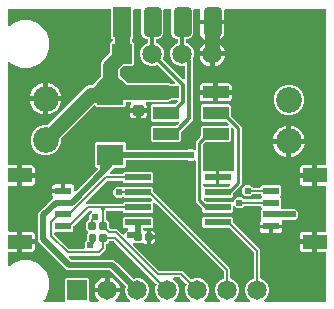
<source format=gbr>
G04 EAGLE Gerber RS-274X export*
G75*
%MOMM*%
%FSLAX34Y34*%
%LPD*%
%AMOC8*
5,1,8,0,0,1.08239X$1,22.5*%
G01*
%ADD10R,2.209800X0.609600*%
%ADD11R,2.200000X1.000000*%
%ADD12R,2.200000X1.100000*%
%ADD13R,1.350000X0.600000*%
%ADD14R,2.000000X1.200000*%
%ADD15C,0.317500*%
%ADD16C,0.222250*%
%ADD17R,1.651000X1.651000*%
%ADD18C,1.651000*%
%ADD19C,2.184400*%
%ADD20C,0.762000*%
%ADD21R,1.524000X2.540000*%
%ADD22R,2.200000X1.800000*%
%ADD23C,1.270000*%
%ADD24C,0.609600*%
%ADD25C,0.203200*%
%ADD26C,0.254000*%
%ADD27C,0.304800*%
%ADD28C,0.508000*%

G36*
X52809Y5216D02*
X52809Y5216D01*
X52867Y5214D01*
X52949Y5236D01*
X53033Y5248D01*
X53086Y5271D01*
X53142Y5286D01*
X53215Y5329D01*
X53292Y5364D01*
X53337Y5402D01*
X53387Y5431D01*
X53445Y5493D01*
X53509Y5547D01*
X53541Y5596D01*
X53581Y5639D01*
X53620Y5714D01*
X53667Y5784D01*
X53684Y5840D01*
X53711Y5892D01*
X53722Y5960D01*
X53752Y6055D01*
X53755Y6155D01*
X53766Y6223D01*
X53766Y23992D01*
X54808Y25034D01*
X72792Y25034D01*
X73834Y23992D01*
X73834Y6223D01*
X73842Y6165D01*
X73840Y6107D01*
X73862Y6025D01*
X73874Y5941D01*
X73897Y5888D01*
X73912Y5832D01*
X73955Y5759D01*
X73990Y5682D01*
X74028Y5637D01*
X74057Y5587D01*
X74119Y5529D01*
X74173Y5465D01*
X74222Y5433D01*
X74265Y5393D01*
X74340Y5354D01*
X74410Y5307D01*
X74466Y5290D01*
X74518Y5263D01*
X74586Y5252D01*
X74681Y5222D01*
X74781Y5219D01*
X74849Y5208D01*
X81274Y5208D01*
X81303Y5212D01*
X81332Y5209D01*
X81443Y5232D01*
X81555Y5248D01*
X81582Y5260D01*
X81611Y5265D01*
X81711Y5318D01*
X81815Y5364D01*
X81837Y5383D01*
X81863Y5396D01*
X81945Y5474D01*
X82032Y5547D01*
X82048Y5572D01*
X82069Y5592D01*
X82126Y5690D01*
X82189Y5784D01*
X82198Y5812D01*
X82213Y5837D01*
X82241Y5947D01*
X82275Y6055D01*
X82276Y6085D01*
X82283Y6113D01*
X82279Y6226D01*
X82282Y6339D01*
X82275Y6368D01*
X82274Y6397D01*
X82239Y6505D01*
X82211Y6614D01*
X82196Y6640D01*
X82187Y6668D01*
X82141Y6732D01*
X82065Y6859D01*
X82020Y6902D01*
X81992Y6941D01*
X80965Y7967D01*
X79967Y9342D01*
X79195Y10856D01*
X78670Y12472D01*
X78591Y12969D01*
X88184Y12969D01*
X88242Y12977D01*
X88300Y12975D01*
X88382Y12997D01*
X88465Y13009D01*
X88519Y13033D01*
X88575Y13047D01*
X88648Y13090D01*
X88725Y13125D01*
X88769Y13163D01*
X88820Y13193D01*
X88877Y13254D01*
X88942Y13309D01*
X88974Y13357D01*
X89014Y13400D01*
X89053Y13475D01*
X89099Y13545D01*
X89117Y13601D01*
X89144Y13653D01*
X89155Y13721D01*
X89185Y13816D01*
X89188Y13916D01*
X89199Y13984D01*
X89199Y15001D01*
X89201Y15001D01*
X89201Y13984D01*
X89209Y13926D01*
X89208Y13868D01*
X89229Y13786D01*
X89241Y13703D01*
X89265Y13649D01*
X89279Y13593D01*
X89322Y13520D01*
X89357Y13443D01*
X89395Y13398D01*
X89425Y13348D01*
X89486Y13290D01*
X89541Y13226D01*
X89589Y13194D01*
X89632Y13154D01*
X89707Y13115D01*
X89777Y13069D01*
X89833Y13051D01*
X89885Y13024D01*
X89953Y13013D01*
X90048Y12983D01*
X90148Y12980D01*
X90216Y12969D01*
X99809Y12969D01*
X99730Y12472D01*
X99205Y10856D01*
X98433Y9342D01*
X97435Y7967D01*
X96408Y6941D01*
X96391Y6917D01*
X96368Y6898D01*
X96306Y6804D01*
X96237Y6714D01*
X96227Y6686D01*
X96211Y6662D01*
X96177Y6554D01*
X96136Y6448D01*
X96134Y6419D01*
X96125Y6391D01*
X96122Y6277D01*
X96113Y6165D01*
X96118Y6136D01*
X96118Y6107D01*
X96146Y5997D01*
X96169Y5886D01*
X96182Y5860D01*
X96189Y5832D01*
X96247Y5734D01*
X96300Y5634D01*
X96320Y5612D01*
X96335Y5587D01*
X96417Y5510D01*
X96495Y5428D01*
X96521Y5413D01*
X96542Y5393D01*
X96643Y5341D01*
X96741Y5284D01*
X96769Y5277D01*
X96795Y5263D01*
X96873Y5250D01*
X97016Y5214D01*
X97079Y5216D01*
X97126Y5208D01*
X107751Y5208D01*
X107780Y5212D01*
X107810Y5209D01*
X107921Y5232D01*
X108033Y5248D01*
X108060Y5260D01*
X108088Y5265D01*
X108189Y5318D01*
X108292Y5364D01*
X108315Y5383D01*
X108341Y5396D01*
X108423Y5474D01*
X108509Y5547D01*
X108526Y5572D01*
X108547Y5592D01*
X108604Y5690D01*
X108667Y5784D01*
X108676Y5812D01*
X108691Y5837D01*
X108718Y5947D01*
X108753Y6055D01*
X108753Y6085D01*
X108761Y6113D01*
X108757Y6226D01*
X108760Y6339D01*
X108753Y6368D01*
X108752Y6397D01*
X108717Y6505D01*
X108688Y6614D01*
X108673Y6640D01*
X108664Y6668D01*
X108619Y6731D01*
X108543Y6859D01*
X108497Y6902D01*
X108469Y6941D01*
X106094Y9316D01*
X104566Y13004D01*
X104566Y16996D01*
X104872Y17734D01*
X104872Y17736D01*
X104873Y17737D01*
X104907Y17870D01*
X104943Y18009D01*
X104943Y18011D01*
X104943Y18012D01*
X104939Y18153D01*
X104935Y18293D01*
X104934Y18295D01*
X104934Y18297D01*
X104891Y18431D01*
X104848Y18564D01*
X104847Y18566D01*
X104847Y18567D01*
X104838Y18580D01*
X104690Y18800D01*
X104666Y18820D01*
X104652Y18840D01*
X91786Y31706D01*
X91717Y31758D01*
X91653Y31818D01*
X91603Y31844D01*
X91559Y31877D01*
X91478Y31908D01*
X91400Y31948D01*
X91352Y31956D01*
X91294Y31978D01*
X91146Y31990D01*
X91069Y32003D01*
X55361Y32003D01*
X33561Y53804D01*
X33560Y53804D01*
X30733Y56631D01*
X30733Y80021D01*
X43467Y92754D01*
X43502Y92801D01*
X43544Y92841D01*
X43587Y92914D01*
X43638Y92982D01*
X43658Y93036D01*
X43688Y93087D01*
X43709Y93168D01*
X43739Y93247D01*
X43744Y93305D01*
X43758Y93362D01*
X43755Y93447D01*
X43762Y93531D01*
X43751Y93588D01*
X43749Y93646D01*
X43723Y93727D01*
X43707Y93809D01*
X43680Y93861D01*
X43662Y93917D01*
X43621Y93973D01*
X43576Y94062D01*
X43507Y94134D01*
X43467Y94190D01*
X43217Y94440D01*
X42882Y95019D01*
X42709Y95666D01*
X42709Y97501D01*
X51516Y97501D01*
X51574Y97509D01*
X51632Y97507D01*
X51714Y97529D01*
X51797Y97541D01*
X51851Y97564D01*
X51907Y97579D01*
X51980Y97622D01*
X52057Y97657D01*
X52101Y97695D01*
X52152Y97724D01*
X52209Y97786D01*
X52274Y97840D01*
X52306Y97889D01*
X52346Y97932D01*
X52385Y98007D01*
X52431Y98077D01*
X52449Y98133D01*
X52476Y98185D01*
X52487Y98253D01*
X52517Y98348D01*
X52520Y98448D01*
X52524Y98475D01*
X52542Y98477D01*
X52600Y98476D01*
X52682Y98497D01*
X52766Y98509D01*
X52819Y98533D01*
X52875Y98547D01*
X52948Y98591D01*
X53025Y98625D01*
X53070Y98663D01*
X53120Y98693D01*
X53178Y98754D01*
X53242Y98809D01*
X53274Y98857D01*
X53314Y98900D01*
X53353Y98975D01*
X53400Y99045D01*
X53417Y99101D01*
X53444Y99153D01*
X53455Y99221D01*
X53485Y99316D01*
X53488Y99416D01*
X53499Y99484D01*
X53499Y104541D01*
X59084Y104541D01*
X59731Y104368D01*
X60310Y104033D01*
X60783Y103560D01*
X61118Y102981D01*
X61291Y102334D01*
X61291Y99491D01*
X61295Y99462D01*
X61292Y99433D01*
X61315Y99321D01*
X61331Y99209D01*
X61343Y99183D01*
X61348Y99154D01*
X61400Y99053D01*
X61447Y98950D01*
X61466Y98927D01*
X61479Y98901D01*
X61557Y98819D01*
X61630Y98733D01*
X61655Y98717D01*
X61675Y98695D01*
X61773Y98638D01*
X61867Y98575D01*
X61895Y98566D01*
X61920Y98552D01*
X62030Y98524D01*
X62138Y98490D01*
X62168Y98489D01*
X62196Y98482D01*
X62309Y98485D01*
X62422Y98482D01*
X62451Y98490D01*
X62480Y98491D01*
X62588Y98525D01*
X62697Y98554D01*
X62723Y98569D01*
X62751Y98578D01*
X62814Y98624D01*
X62942Y98699D01*
X62985Y98745D01*
X63024Y98773D01*
X81239Y116988D01*
X81257Y117012D01*
X81279Y117031D01*
X81342Y117125D01*
X81410Y117215D01*
X81420Y117243D01*
X81437Y117267D01*
X81471Y117375D01*
X81511Y117481D01*
X81514Y117510D01*
X81522Y117538D01*
X81525Y117652D01*
X81535Y117764D01*
X81529Y117793D01*
X81530Y117822D01*
X81501Y117932D01*
X81479Y118043D01*
X81465Y118069D01*
X81458Y118097D01*
X81400Y118195D01*
X81348Y118295D01*
X81328Y118317D01*
X81313Y118342D01*
X81230Y118419D01*
X81152Y118501D01*
X81127Y118516D01*
X81105Y118536D01*
X81005Y118588D01*
X80907Y118645D01*
X80878Y118652D01*
X80852Y118666D01*
X80775Y118679D01*
X80631Y118715D01*
X80569Y118713D01*
X80521Y118721D01*
X80263Y118721D01*
X79221Y119763D01*
X79221Y139237D01*
X80263Y140279D01*
X103737Y140279D01*
X104779Y139237D01*
X104779Y134834D01*
X104787Y134776D01*
X104785Y134718D01*
X104807Y134636D01*
X104819Y134552D01*
X104842Y134499D01*
X104857Y134443D01*
X104900Y134370D01*
X104935Y134293D01*
X104973Y134248D01*
X105002Y134198D01*
X105064Y134140D01*
X105118Y134076D01*
X105167Y134044D01*
X105210Y134004D01*
X105285Y133965D01*
X105355Y133918D01*
X105411Y133901D01*
X105463Y133874D01*
X105531Y133863D01*
X105626Y133833D01*
X105726Y133830D01*
X105794Y133819D01*
X157052Y133819D01*
X157139Y133831D01*
X157226Y133834D01*
X157279Y133851D01*
X157334Y133859D01*
X157413Y133894D01*
X157497Y133921D01*
X157536Y133949D01*
X157593Y133975D01*
X157706Y134071D01*
X157765Y134113D01*
X161765Y134113D01*
X162350Y133528D01*
X162374Y133510D01*
X162393Y133488D01*
X162487Y133425D01*
X162577Y133357D01*
X162605Y133347D01*
X162629Y133330D01*
X162737Y133296D01*
X162843Y133256D01*
X162872Y133253D01*
X162900Y133244D01*
X163014Y133242D01*
X163126Y133232D01*
X163155Y133238D01*
X163184Y133237D01*
X163294Y133266D01*
X163405Y133288D01*
X163431Y133302D01*
X163459Y133309D01*
X163557Y133367D01*
X163657Y133419D01*
X163679Y133439D01*
X163704Y133454D01*
X163781Y133537D01*
X163863Y133615D01*
X163878Y133640D01*
X163898Y133662D01*
X163950Y133763D01*
X164007Y133860D01*
X164014Y133889D01*
X164028Y133915D01*
X164041Y133992D01*
X164077Y134136D01*
X164075Y134198D01*
X164083Y134246D01*
X164083Y140963D01*
X167924Y144803D01*
X167976Y144873D01*
X168036Y144937D01*
X168062Y144987D01*
X168095Y145031D01*
X168126Y145112D01*
X168166Y145190D01*
X168174Y145238D01*
X168196Y145296D01*
X168208Y145444D01*
X168221Y145521D01*
X168221Y153211D01*
X169263Y154253D01*
X191029Y154253D01*
X191058Y154257D01*
X191087Y154254D01*
X191198Y154277D01*
X191310Y154293D01*
X191337Y154305D01*
X191366Y154310D01*
X191466Y154363D01*
X191570Y154409D01*
X191592Y154428D01*
X191618Y154441D01*
X191700Y154519D01*
X191787Y154592D01*
X191803Y154617D01*
X191824Y154637D01*
X191881Y154735D01*
X191944Y154829D01*
X191953Y154857D01*
X191968Y154882D01*
X191996Y154992D01*
X192030Y155100D01*
X192031Y155130D01*
X192038Y155158D01*
X192034Y155271D01*
X192037Y155384D01*
X192030Y155413D01*
X192029Y155442D01*
X191994Y155550D01*
X191965Y155659D01*
X191951Y155685D01*
X191941Y155713D01*
X191896Y155777D01*
X191820Y155904D01*
X191775Y155947D01*
X191747Y155986D01*
X190335Y157398D01*
X190265Y157450D01*
X190201Y157510D01*
X190151Y157536D01*
X190107Y157569D01*
X190026Y157600D01*
X189948Y157640D01*
X189900Y157648D01*
X189842Y157670D01*
X189694Y157682D01*
X189617Y157695D01*
X169263Y157695D01*
X168221Y158737D01*
X168221Y171211D01*
X169263Y172253D01*
X192737Y172253D01*
X193779Y171211D01*
X193779Y162997D01*
X193791Y162911D01*
X193794Y162823D01*
X193811Y162771D01*
X193819Y162716D01*
X193854Y162636D01*
X193881Y162553D01*
X193909Y162514D01*
X193935Y162456D01*
X194031Y162343D01*
X194076Y162279D01*
X202947Y153409D01*
X202947Y104147D01*
X195765Y96966D01*
X195713Y96896D01*
X195653Y96832D01*
X195627Y96782D01*
X195594Y96738D01*
X195563Y96657D01*
X195523Y96579D01*
X195515Y96531D01*
X195493Y96473D01*
X195481Y96325D01*
X195468Y96248D01*
X195468Y94005D01*
X194426Y92963D01*
X172117Y92963D01*
X172088Y92959D01*
X172059Y92962D01*
X171948Y92939D01*
X171836Y92923D01*
X171809Y92911D01*
X171780Y92906D01*
X171680Y92853D01*
X171576Y92807D01*
X171554Y92788D01*
X171528Y92775D01*
X171446Y92697D01*
X171359Y92624D01*
X171343Y92599D01*
X171322Y92579D01*
X171265Y92481D01*
X171202Y92387D01*
X171193Y92359D01*
X171178Y92334D01*
X171150Y92224D01*
X171116Y92116D01*
X171115Y92086D01*
X171108Y92058D01*
X171112Y91945D01*
X171109Y91832D01*
X171116Y91803D01*
X171117Y91774D01*
X171152Y91666D01*
X171181Y91557D01*
X171195Y91531D01*
X171205Y91503D01*
X171250Y91439D01*
X171326Y91312D01*
X171371Y91269D01*
X171399Y91230D01*
X172415Y90214D01*
X172485Y90162D01*
X172549Y90102D01*
X172599Y90076D01*
X172643Y90043D01*
X172724Y90012D01*
X172802Y89972D01*
X172850Y89964D01*
X172908Y89942D01*
X173056Y89930D01*
X173133Y89917D01*
X194426Y89917D01*
X194608Y89734D01*
X194632Y89717D01*
X194651Y89694D01*
X194745Y89632D01*
X194835Y89563D01*
X194863Y89553D01*
X194887Y89537D01*
X194995Y89503D01*
X195101Y89462D01*
X195130Y89460D01*
X195158Y89451D01*
X195271Y89448D01*
X195384Y89439D01*
X195413Y89444D01*
X195442Y89444D01*
X195552Y89472D01*
X195663Y89495D01*
X195689Y89508D01*
X195717Y89516D01*
X195815Y89573D01*
X195915Y89626D01*
X195937Y89646D01*
X195962Y89661D01*
X196039Y89743D01*
X196121Y89821D01*
X196136Y89847D01*
X196156Y89868D01*
X196208Y89969D01*
X196265Y90067D01*
X196272Y90095D01*
X196286Y90121D01*
X196299Y90198D01*
X196335Y90342D01*
X196333Y90405D01*
X196341Y90452D01*
X196341Y90899D01*
X199169Y93727D01*
X203167Y93727D01*
X204802Y92092D01*
X204872Y92040D01*
X204936Y91980D01*
X204985Y91954D01*
X205029Y91921D01*
X205111Y91890D01*
X205189Y91850D01*
X205236Y91842D01*
X205295Y91820D01*
X205442Y91808D01*
X205520Y91795D01*
X218456Y91795D01*
X218514Y91803D01*
X218572Y91801D01*
X218654Y91823D01*
X218738Y91835D01*
X218791Y91858D01*
X218847Y91873D01*
X218920Y91916D01*
X218997Y91951D01*
X219042Y91989D01*
X219092Y92018D01*
X219150Y92080D01*
X219214Y92134D01*
X219246Y92183D01*
X219286Y92226D01*
X219325Y92301D01*
X219372Y92371D01*
X219389Y92427D01*
X219416Y92479D01*
X219427Y92547D01*
X219457Y92642D01*
X219459Y92725D01*
X220017Y93282D01*
X220052Y93329D01*
X220094Y93369D01*
X220137Y93442D01*
X220187Y93509D01*
X220208Y93564D01*
X220238Y93614D01*
X220259Y93696D01*
X220289Y93775D01*
X220294Y93833D01*
X220308Y93890D01*
X220305Y93974D01*
X220312Y94058D01*
X220301Y94116D01*
X220299Y94174D01*
X220273Y94254D01*
X220256Y94337D01*
X220229Y94389D01*
X220211Y94445D01*
X220171Y94501D01*
X220125Y94589D01*
X220057Y94662D01*
X220017Y94718D01*
X219464Y95271D01*
X219465Y95306D01*
X219443Y95388D01*
X219431Y95472D01*
X219408Y95525D01*
X219393Y95581D01*
X219350Y95654D01*
X219315Y95731D01*
X219277Y95776D01*
X219248Y95826D01*
X219186Y95884D01*
X219132Y95948D01*
X219083Y95980D01*
X219040Y96020D01*
X218965Y96059D01*
X218895Y96106D01*
X218839Y96123D01*
X218787Y96150D01*
X218719Y96161D01*
X218624Y96191D01*
X218524Y96194D01*
X218456Y96205D01*
X212418Y96205D01*
X212331Y96193D01*
X212244Y96190D01*
X212191Y96173D01*
X212136Y96165D01*
X212056Y96130D01*
X211973Y96103D01*
X211934Y96075D01*
X211877Y96049D01*
X211764Y95953D01*
X211700Y95908D01*
X210025Y94233D01*
X206027Y94233D01*
X203199Y97061D01*
X203199Y101059D01*
X206027Y103887D01*
X210025Y103887D01*
X211820Y102092D01*
X211890Y102040D01*
X211954Y101980D01*
X212003Y101954D01*
X212047Y101921D01*
X212129Y101890D01*
X212207Y101850D01*
X212254Y101842D01*
X212313Y101820D01*
X212460Y101808D01*
X212538Y101795D01*
X218456Y101795D01*
X218514Y101803D01*
X218572Y101801D01*
X218654Y101823D01*
X218738Y101835D01*
X218791Y101858D01*
X218847Y101873D01*
X218920Y101916D01*
X218997Y101951D01*
X219042Y101989D01*
X219092Y102018D01*
X219150Y102080D01*
X219214Y102134D01*
X219246Y102183D01*
X219286Y102226D01*
X219325Y102301D01*
X219372Y102371D01*
X219389Y102427D01*
X219416Y102479D01*
X219427Y102547D01*
X219457Y102642D01*
X219459Y102725D01*
X220513Y103779D01*
X235487Y103779D01*
X236529Y102737D01*
X236529Y95263D01*
X235983Y94718D01*
X235948Y94671D01*
X235906Y94631D01*
X235863Y94558D01*
X235813Y94491D01*
X235792Y94436D01*
X235762Y94386D01*
X235741Y94304D01*
X235711Y94225D01*
X235706Y94167D01*
X235692Y94110D01*
X235695Y94026D01*
X235688Y93942D01*
X235699Y93884D01*
X235701Y93826D01*
X235727Y93746D01*
X235744Y93663D01*
X235771Y93611D01*
X235789Y93555D01*
X235829Y93499D01*
X235875Y93411D01*
X235943Y93338D01*
X235983Y93282D01*
X236529Y92737D01*
X236529Y85263D01*
X236317Y85052D01*
X236300Y85028D01*
X236277Y85009D01*
X236215Y84915D01*
X236146Y84825D01*
X236136Y84797D01*
X236120Y84773D01*
X236086Y84665D01*
X236045Y84559D01*
X236043Y84530D01*
X236034Y84502D01*
X236031Y84389D01*
X236022Y84276D01*
X236027Y84247D01*
X236027Y84218D01*
X236055Y84108D01*
X236078Y83997D01*
X236091Y83971D01*
X236099Y83943D01*
X236156Y83845D01*
X236209Y83745D01*
X236229Y83723D01*
X236244Y83698D01*
X236326Y83621D01*
X236404Y83539D01*
X236430Y83524D01*
X236451Y83504D01*
X236552Y83452D01*
X236650Y83395D01*
X236678Y83388D01*
X236704Y83374D01*
X236781Y83361D01*
X236925Y83325D01*
X236988Y83327D01*
X237035Y83319D01*
X243204Y83319D01*
X243291Y83331D01*
X243378Y83334D01*
X243431Y83351D01*
X243486Y83359D01*
X243565Y83394D01*
X243649Y83421D01*
X243688Y83449D01*
X243745Y83475D01*
X243858Y83571D01*
X243922Y83616D01*
X244127Y83821D01*
X248125Y83821D01*
X250953Y80993D01*
X250953Y76995D01*
X248125Y74167D01*
X244127Y74167D01*
X243910Y74384D01*
X243840Y74436D01*
X243776Y74496D01*
X243727Y74522D01*
X243683Y74555D01*
X243601Y74586D01*
X243523Y74626D01*
X243476Y74634D01*
X243417Y74656D01*
X243270Y74668D01*
X243192Y74681D01*
X237894Y74681D01*
X237856Y74676D01*
X237816Y74678D01*
X237715Y74656D01*
X237613Y74641D01*
X237577Y74625D01*
X237539Y74617D01*
X237448Y74568D01*
X237353Y74525D01*
X237323Y74500D01*
X237289Y74481D01*
X237215Y74408D01*
X237136Y74342D01*
X237115Y74309D01*
X237087Y74282D01*
X237036Y74191D01*
X236979Y74105D01*
X236967Y74068D01*
X236948Y74034D01*
X236924Y73933D01*
X236893Y73834D01*
X236892Y73795D01*
X236883Y73757D01*
X236888Y73653D01*
X236886Y73550D01*
X236896Y73512D01*
X236898Y73473D01*
X236925Y73400D01*
X236957Y73275D01*
X236995Y73211D01*
X237015Y73158D01*
X237118Y72981D01*
X237291Y72334D01*
X237291Y70499D01*
X228484Y70499D01*
X228426Y70491D01*
X228368Y70493D01*
X228286Y70471D01*
X228203Y70459D01*
X228149Y70436D01*
X228093Y70421D01*
X228020Y70378D01*
X228001Y70369D01*
X227955Y70400D01*
X227899Y70417D01*
X227847Y70444D01*
X227779Y70455D01*
X227684Y70485D01*
X227584Y70488D01*
X227516Y70499D01*
X218709Y70499D01*
X218709Y72334D01*
X218882Y72981D01*
X219217Y73560D01*
X219478Y73821D01*
X219513Y73868D01*
X219555Y73908D01*
X219598Y73981D01*
X219649Y74048D01*
X219670Y74103D01*
X219699Y74153D01*
X219720Y74235D01*
X219750Y74314D01*
X219755Y74372D01*
X219769Y74429D01*
X219767Y74513D01*
X219774Y74597D01*
X219762Y74654D01*
X219760Y74713D01*
X219734Y74793D01*
X219718Y74876D01*
X219691Y74928D01*
X219673Y74983D01*
X219633Y75040D01*
X219587Y75128D01*
X219518Y75200D01*
X219478Y75257D01*
X219471Y75263D01*
X219471Y82737D01*
X220017Y83282D01*
X220052Y83329D01*
X220094Y83369D01*
X220137Y83442D01*
X220187Y83509D01*
X220208Y83564D01*
X220238Y83614D01*
X220259Y83696D01*
X220289Y83775D01*
X220294Y83833D01*
X220308Y83890D01*
X220305Y83974D01*
X220312Y84058D01*
X220301Y84116D01*
X220299Y84174D01*
X220273Y84254D01*
X220256Y84337D01*
X220229Y84389D01*
X220211Y84445D01*
X220171Y84501D01*
X220125Y84589D01*
X220057Y84662D01*
X220017Y84718D01*
X219464Y85271D01*
X219465Y85306D01*
X219443Y85388D01*
X219431Y85472D01*
X219408Y85525D01*
X219393Y85581D01*
X219350Y85654D01*
X219315Y85731D01*
X219277Y85776D01*
X219248Y85826D01*
X219186Y85884D01*
X219132Y85948D01*
X219083Y85980D01*
X219040Y86020D01*
X218965Y86059D01*
X218895Y86106D01*
X218839Y86123D01*
X218787Y86150D01*
X218719Y86161D01*
X218624Y86191D01*
X218524Y86194D01*
X218456Y86205D01*
X205720Y86205D01*
X205633Y86193D01*
X205546Y86190D01*
X205493Y86173D01*
X205438Y86165D01*
X205359Y86130D01*
X205275Y86103D01*
X205236Y86075D01*
X205179Y86049D01*
X205066Y85953D01*
X205002Y85908D01*
X203167Y84073D01*
X199169Y84073D01*
X197201Y86041D01*
X197177Y86059D01*
X197158Y86081D01*
X197064Y86144D01*
X196974Y86212D01*
X196946Y86222D01*
X196922Y86239D01*
X196814Y86273D01*
X196708Y86313D01*
X196679Y86316D01*
X196651Y86325D01*
X196537Y86327D01*
X196425Y86337D01*
X196396Y86331D01*
X196367Y86332D01*
X196257Y86303D01*
X196146Y86281D01*
X196120Y86267D01*
X196092Y86260D01*
X195994Y86202D01*
X195894Y86150D01*
X195872Y86130D01*
X195847Y86115D01*
X195770Y86032D01*
X195688Y85954D01*
X195673Y85929D01*
X195653Y85907D01*
X195601Y85807D01*
X195544Y85709D01*
X195537Y85680D01*
X195523Y85654D01*
X195510Y85577D01*
X195474Y85433D01*
X195476Y85371D01*
X195468Y85323D01*
X195468Y81305D01*
X194426Y80263D01*
X170854Y80263D01*
X169812Y81305D01*
X169812Y83774D01*
X169800Y83860D01*
X169797Y83948D01*
X169780Y84000D01*
X169772Y84055D01*
X169737Y84135D01*
X169710Y84218D01*
X169682Y84257D01*
X169656Y84315D01*
X169560Y84428D01*
X169515Y84492D01*
X164083Y89923D01*
X164083Y124326D01*
X164079Y124355D01*
X164082Y124385D01*
X164059Y124496D01*
X164043Y124608D01*
X164031Y124634D01*
X164026Y124663D01*
X163973Y124764D01*
X163927Y124867D01*
X163908Y124890D01*
X163895Y124916D01*
X163817Y124998D01*
X163744Y125084D01*
X163719Y125100D01*
X163699Y125122D01*
X163601Y125179D01*
X163507Y125242D01*
X163479Y125251D01*
X163454Y125265D01*
X163344Y125293D01*
X163236Y125328D01*
X163206Y125328D01*
X163178Y125335D01*
X163065Y125332D01*
X162952Y125335D01*
X162923Y125327D01*
X162894Y125326D01*
X162786Y125292D01*
X162677Y125263D01*
X162651Y125248D01*
X162623Y125239D01*
X162559Y125193D01*
X162432Y125118D01*
X162389Y125072D01*
X162350Y125044D01*
X161765Y124459D01*
X157767Y124459D01*
X157342Y124884D01*
X157272Y124936D01*
X157208Y124996D01*
X157159Y125022D01*
X157115Y125055D01*
X157033Y125086D01*
X156955Y125126D01*
X156908Y125134D01*
X156849Y125156D01*
X156702Y125168D01*
X156624Y125181D01*
X105794Y125181D01*
X105736Y125173D01*
X105678Y125175D01*
X105596Y125153D01*
X105512Y125141D01*
X105459Y125118D01*
X105403Y125103D01*
X105330Y125060D01*
X105253Y125025D01*
X105208Y124987D01*
X105158Y124958D01*
X105100Y124896D01*
X105036Y124842D01*
X105004Y124793D01*
X104964Y124750D01*
X104925Y124675D01*
X104878Y124605D01*
X104861Y124549D01*
X104834Y124497D01*
X104823Y124429D01*
X104793Y124334D01*
X104790Y124234D01*
X104779Y124166D01*
X104779Y119763D01*
X103737Y118721D01*
X95608Y118721D01*
X95521Y118709D01*
X95434Y118706D01*
X95381Y118689D01*
X95326Y118681D01*
X95247Y118646D01*
X95163Y118619D01*
X95124Y118591D01*
X95067Y118565D01*
X94954Y118469D01*
X94890Y118424D01*
X93492Y117025D01*
X91484Y115018D01*
X91466Y114994D01*
X91444Y114975D01*
X91381Y114881D01*
X91313Y114791D01*
X91303Y114763D01*
X91286Y114739D01*
X91252Y114631D01*
X91212Y114525D01*
X91209Y114496D01*
X91201Y114468D01*
X91198Y114354D01*
X91188Y114242D01*
X91194Y114213D01*
X91193Y114184D01*
X91222Y114074D01*
X91244Y113963D01*
X91258Y113937D01*
X91265Y113909D01*
X91323Y113811D01*
X91375Y113711D01*
X91395Y113689D01*
X91410Y113664D01*
X91493Y113587D01*
X91571Y113505D01*
X91596Y113490D01*
X91618Y113470D01*
X91719Y113418D01*
X91816Y113361D01*
X91845Y113354D01*
X91871Y113340D01*
X91948Y113327D01*
X92092Y113291D01*
X92154Y113293D01*
X92202Y113285D01*
X101487Y113285D01*
X101545Y113293D01*
X101603Y113291D01*
X101685Y113313D01*
X101769Y113325D01*
X101822Y113348D01*
X101878Y113363D01*
X101951Y113406D01*
X102028Y113441D01*
X102073Y113479D01*
X102123Y113508D01*
X102181Y113570D01*
X102245Y113624D01*
X102277Y113673D01*
X102317Y113716D01*
X102356Y113791D01*
X102403Y113861D01*
X102420Y113917D01*
X102447Y113969D01*
X102458Y114037D01*
X102488Y114132D01*
X102491Y114232D01*
X102497Y114270D01*
X103544Y115317D01*
X127116Y115317D01*
X128158Y114275D01*
X128158Y106705D01*
X127116Y105663D01*
X103544Y105663D01*
X102498Y106709D01*
X102494Y106738D01*
X102496Y106796D01*
X102474Y106878D01*
X102462Y106962D01*
X102439Y107015D01*
X102424Y107071D01*
X102381Y107144D01*
X102346Y107221D01*
X102308Y107266D01*
X102279Y107316D01*
X102217Y107374D01*
X102163Y107438D01*
X102114Y107470D01*
X102071Y107510D01*
X101996Y107549D01*
X101926Y107596D01*
X101870Y107613D01*
X101818Y107640D01*
X101750Y107651D01*
X101655Y107681D01*
X101555Y107684D01*
X101487Y107695D01*
X89970Y107695D01*
X89884Y107683D01*
X89796Y107680D01*
X89743Y107663D01*
X89689Y107655D01*
X89609Y107620D01*
X89526Y107593D01*
X89486Y107565D01*
X89429Y107539D01*
X89316Y107443D01*
X89252Y107398D01*
X71472Y89618D01*
X71455Y89594D01*
X71432Y89575D01*
X71369Y89481D01*
X71301Y89391D01*
X71291Y89363D01*
X71275Y89339D01*
X71240Y89231D01*
X71200Y89125D01*
X71198Y89096D01*
X71189Y89068D01*
X71186Y88954D01*
X71177Y88842D01*
X71182Y88813D01*
X71182Y88784D01*
X71210Y88674D01*
X71232Y88563D01*
X71246Y88537D01*
X71253Y88509D01*
X71311Y88411D01*
X71363Y88311D01*
X71384Y88289D01*
X71399Y88264D01*
X71481Y88187D01*
X71559Y88105D01*
X71585Y88090D01*
X71606Y88070D01*
X71707Y88018D01*
X71804Y87961D01*
X71833Y87954D01*
X71859Y87940D01*
X71936Y87927D01*
X72080Y87891D01*
X72142Y87893D01*
X72190Y87885D01*
X101487Y87885D01*
X101545Y87893D01*
X101603Y87891D01*
X101685Y87913D01*
X101769Y87925D01*
X101822Y87948D01*
X101878Y87963D01*
X101951Y88006D01*
X102028Y88041D01*
X102073Y88079D01*
X102123Y88108D01*
X102181Y88170D01*
X102245Y88224D01*
X102277Y88273D01*
X102317Y88316D01*
X102356Y88391D01*
X102403Y88461D01*
X102420Y88517D01*
X102447Y88569D01*
X102458Y88637D01*
X102488Y88732D01*
X102491Y88832D01*
X102497Y88870D01*
X103544Y89917D01*
X126184Y89917D01*
X126213Y89921D01*
X126242Y89918D01*
X126353Y89941D01*
X126465Y89957D01*
X126492Y89969D01*
X126521Y89974D01*
X126622Y90027D01*
X126725Y90073D01*
X126747Y90092D01*
X126773Y90105D01*
X126855Y90183D01*
X126942Y90256D01*
X126958Y90281D01*
X126979Y90301D01*
X127037Y90399D01*
X127099Y90493D01*
X127108Y90521D01*
X127123Y90546D01*
X127151Y90656D01*
X127185Y90764D01*
X127186Y90794D01*
X127193Y90822D01*
X127190Y90935D01*
X127192Y91048D01*
X127185Y91077D01*
X127184Y91106D01*
X127149Y91214D01*
X127121Y91323D01*
X127106Y91349D01*
X127097Y91377D01*
X127051Y91441D01*
X126975Y91568D01*
X126930Y91611D01*
X126902Y91650D01*
X125886Y92666D01*
X125816Y92718D01*
X125752Y92778D01*
X125703Y92804D01*
X125659Y92837D01*
X125577Y92868D01*
X125499Y92908D01*
X125451Y92916D01*
X125393Y92938D01*
X125245Y92950D01*
X125168Y92963D01*
X103544Y92963D01*
X103147Y93361D01*
X103100Y93396D01*
X103060Y93438D01*
X102987Y93481D01*
X102919Y93532D01*
X102865Y93553D01*
X102814Y93582D01*
X102733Y93603D01*
X102654Y93633D01*
X102595Y93638D01*
X102539Y93652D01*
X102455Y93650D01*
X102371Y93657D01*
X102313Y93645D01*
X102255Y93643D01*
X102174Y93617D01*
X102092Y93601D01*
X102040Y93574D01*
X101984Y93556D01*
X101928Y93516D01*
X101839Y93470D01*
X101767Y93401D01*
X101711Y93361D01*
X101313Y92963D01*
X97315Y92963D01*
X94487Y95791D01*
X94487Y99789D01*
X97315Y102617D01*
X101313Y102617D01*
X101711Y102219D01*
X101758Y102184D01*
X101798Y102142D01*
X101871Y102099D01*
X101938Y102048D01*
X101993Y102027D01*
X102043Y101998D01*
X102125Y101977D01*
X102204Y101947D01*
X102262Y101942D01*
X102319Y101928D01*
X102403Y101930D01*
X102487Y101923D01*
X102544Y101935D01*
X102603Y101937D01*
X102683Y101963D01*
X102766Y101979D01*
X102818Y102006D01*
X102873Y102024D01*
X102930Y102064D01*
X103018Y102110D01*
X103090Y102179D01*
X103147Y102219D01*
X103544Y102617D01*
X127116Y102617D01*
X128158Y101575D01*
X128158Y98719D01*
X128170Y98633D01*
X128173Y98545D01*
X128190Y98492D01*
X128198Y98438D01*
X128233Y98358D01*
X128260Y98275D01*
X128288Y98235D01*
X128314Y98178D01*
X128410Y98065D01*
X128455Y98001D01*
X193595Y32862D01*
X193595Y25381D01*
X193595Y25380D01*
X193595Y25378D01*
X193615Y25237D01*
X193635Y25100D01*
X193635Y25098D01*
X193635Y25097D01*
X193694Y24967D01*
X193751Y24840D01*
X193752Y24839D01*
X193753Y24838D01*
X193846Y24728D01*
X193934Y24623D01*
X193936Y24622D01*
X193937Y24621D01*
X193950Y24613D01*
X194171Y24466D01*
X194200Y24456D01*
X194221Y24443D01*
X196484Y23506D01*
X199306Y20684D01*
X200834Y16996D01*
X200834Y13004D01*
X199306Y9316D01*
X196931Y6941D01*
X196913Y6917D01*
X196891Y6898D01*
X196828Y6804D01*
X196760Y6714D01*
X196749Y6686D01*
X196733Y6662D01*
X196699Y6554D01*
X196659Y6448D01*
X196656Y6419D01*
X196647Y6391D01*
X196644Y6277D01*
X196635Y6165D01*
X196641Y6136D01*
X196640Y6107D01*
X196669Y5997D01*
X196691Y5886D01*
X196704Y5860D01*
X196712Y5832D01*
X196770Y5734D01*
X196822Y5634D01*
X196842Y5612D01*
X196857Y5587D01*
X196940Y5510D01*
X197018Y5428D01*
X197043Y5413D01*
X197064Y5393D01*
X197165Y5341D01*
X197263Y5284D01*
X197291Y5277D01*
X197318Y5263D01*
X197395Y5250D01*
X197538Y5214D01*
X197601Y5216D01*
X197649Y5208D01*
X209351Y5208D01*
X209380Y5212D01*
X209410Y5209D01*
X209521Y5232D01*
X209633Y5248D01*
X209660Y5260D01*
X209688Y5265D01*
X209789Y5318D01*
X209892Y5364D01*
X209915Y5383D01*
X209941Y5396D01*
X210023Y5474D01*
X210109Y5547D01*
X210126Y5572D01*
X210147Y5592D01*
X210204Y5690D01*
X210267Y5784D01*
X210276Y5812D01*
X210291Y5837D01*
X210318Y5947D01*
X210353Y6055D01*
X210353Y6085D01*
X210361Y6113D01*
X210357Y6226D01*
X210360Y6339D01*
X210353Y6368D01*
X210352Y6397D01*
X210317Y6505D01*
X210288Y6614D01*
X210273Y6640D01*
X210264Y6668D01*
X210219Y6731D01*
X210143Y6859D01*
X210097Y6902D01*
X210069Y6941D01*
X207694Y9316D01*
X206166Y13004D01*
X206166Y16996D01*
X207694Y20684D01*
X210516Y23506D01*
X212779Y24443D01*
X212780Y24444D01*
X212781Y24444D01*
X212902Y24516D01*
X213023Y24588D01*
X213024Y24589D01*
X213026Y24590D01*
X213123Y24694D01*
X213219Y24794D01*
X213219Y24796D01*
X213220Y24797D01*
X213281Y24916D01*
X213349Y25047D01*
X213349Y25049D01*
X213350Y25050D01*
X213352Y25065D01*
X213404Y25326D01*
X213401Y25357D01*
X213405Y25381D01*
X213405Y46382D01*
X213393Y46468D01*
X213390Y46556D01*
X213373Y46609D01*
X213365Y46663D01*
X213330Y46743D01*
X213303Y46826D01*
X213275Y46866D01*
X213249Y46923D01*
X213153Y47036D01*
X213108Y47100D01*
X192942Y67266D01*
X192872Y67318D01*
X192808Y67378D01*
X192759Y67404D01*
X192715Y67437D01*
X192633Y67468D01*
X192555Y67508D01*
X192507Y67516D01*
X192449Y67538D01*
X192301Y67550D01*
X192224Y67563D01*
X170854Y67563D01*
X169812Y68605D01*
X169812Y76175D01*
X170854Y77217D01*
X194426Y77217D01*
X195468Y76175D01*
X195468Y73065D01*
X195480Y72979D01*
X195483Y72891D01*
X195500Y72838D01*
X195508Y72784D01*
X195543Y72704D01*
X195570Y72621D01*
X195598Y72581D01*
X195624Y72524D01*
X195720Y72411D01*
X195765Y72347D01*
X218995Y49118D01*
X218995Y25381D01*
X218995Y25380D01*
X218995Y25378D01*
X219015Y25237D01*
X219035Y25100D01*
X219035Y25098D01*
X219035Y25097D01*
X219094Y24967D01*
X219151Y24840D01*
X219152Y24839D01*
X219153Y24838D01*
X219246Y24728D01*
X219334Y24623D01*
X219336Y24622D01*
X219337Y24621D01*
X219350Y24613D01*
X219571Y24466D01*
X219600Y24456D01*
X219621Y24443D01*
X221884Y23506D01*
X224706Y20684D01*
X226234Y16996D01*
X226234Y13004D01*
X224706Y9316D01*
X222331Y6941D01*
X222313Y6917D01*
X222291Y6898D01*
X222228Y6804D01*
X222160Y6714D01*
X222149Y6686D01*
X222133Y6662D01*
X222099Y6554D01*
X222059Y6448D01*
X222056Y6419D01*
X222047Y6391D01*
X222044Y6277D01*
X222035Y6165D01*
X222041Y6136D01*
X222040Y6107D01*
X222069Y5997D01*
X222091Y5886D01*
X222104Y5860D01*
X222112Y5832D01*
X222170Y5734D01*
X222222Y5634D01*
X222242Y5612D01*
X222257Y5587D01*
X222340Y5510D01*
X222418Y5428D01*
X222443Y5413D01*
X222464Y5393D01*
X222565Y5341D01*
X222663Y5284D01*
X222691Y5277D01*
X222718Y5263D01*
X222795Y5250D01*
X222938Y5214D01*
X223001Y5216D01*
X223049Y5208D01*
X273777Y5208D01*
X273835Y5216D01*
X273893Y5214D01*
X273975Y5236D01*
X274059Y5248D01*
X274112Y5271D01*
X274168Y5286D01*
X274241Y5329D01*
X274318Y5364D01*
X274363Y5402D01*
X274413Y5431D01*
X274471Y5493D01*
X274535Y5547D01*
X274567Y5596D01*
X274607Y5639D01*
X274646Y5714D01*
X274693Y5784D01*
X274710Y5840D01*
X274737Y5892D01*
X274748Y5960D01*
X274778Y6055D01*
X274781Y6155D01*
X274792Y6223D01*
X274792Y46444D01*
X274784Y46502D01*
X274786Y46560D01*
X274764Y46642D01*
X274752Y46726D01*
X274729Y46779D01*
X274714Y46835D01*
X274671Y46908D01*
X274636Y46985D01*
X274598Y47030D01*
X274569Y47080D01*
X274507Y47138D01*
X274453Y47202D01*
X274404Y47234D01*
X274361Y47274D01*
X274286Y47313D01*
X274216Y47360D01*
X274160Y47377D01*
X274108Y47404D01*
X274040Y47415D01*
X273945Y47445D01*
X273845Y47448D01*
X273777Y47459D01*
X266781Y47459D01*
X266781Y54984D01*
X266774Y55037D01*
X266774Y55071D01*
X266774Y55074D01*
X266774Y55100D01*
X266753Y55182D01*
X266741Y55265D01*
X266717Y55319D01*
X266703Y55375D01*
X266660Y55448D01*
X266625Y55525D01*
X266587Y55569D01*
X266557Y55620D01*
X266496Y55677D01*
X266441Y55742D01*
X266393Y55774D01*
X266350Y55814D01*
X266275Y55853D01*
X266205Y55899D01*
X266149Y55917D01*
X266097Y55944D01*
X266029Y55955D01*
X265934Y55985D01*
X265834Y55988D01*
X265766Y55999D01*
X264749Y55999D01*
X264749Y56001D01*
X265766Y56001D01*
X265824Y56009D01*
X265882Y56008D01*
X265964Y56029D01*
X266047Y56041D01*
X266101Y56065D01*
X266157Y56079D01*
X266230Y56122D01*
X266307Y56157D01*
X266351Y56195D01*
X266402Y56225D01*
X266459Y56286D01*
X266524Y56341D01*
X266556Y56389D01*
X266596Y56432D01*
X266635Y56507D01*
X266681Y56577D01*
X266699Y56633D01*
X266726Y56685D01*
X266737Y56753D01*
X266767Y56848D01*
X266770Y56948D01*
X266781Y57016D01*
X266781Y64541D01*
X273777Y64541D01*
X273835Y64549D01*
X273893Y64547D01*
X273975Y64569D01*
X274059Y64581D01*
X274112Y64604D01*
X274168Y64619D01*
X274241Y64662D01*
X274318Y64697D01*
X274363Y64735D01*
X274413Y64764D01*
X274471Y64826D01*
X274535Y64880D01*
X274567Y64929D01*
X274607Y64972D01*
X274646Y65047D01*
X274693Y65117D01*
X274710Y65173D01*
X274737Y65225D01*
X274748Y65293D01*
X274778Y65388D01*
X274781Y65488D01*
X274792Y65556D01*
X274792Y102444D01*
X274784Y102502D01*
X274786Y102560D01*
X274764Y102642D01*
X274752Y102726D01*
X274729Y102779D01*
X274714Y102835D01*
X274671Y102908D01*
X274636Y102985D01*
X274598Y103030D01*
X274569Y103080D01*
X274507Y103138D01*
X274453Y103202D01*
X274404Y103234D01*
X274361Y103274D01*
X274286Y103313D01*
X274216Y103360D01*
X274160Y103377D01*
X274108Y103404D01*
X274040Y103415D01*
X273945Y103445D01*
X273845Y103448D01*
X273777Y103459D01*
X266781Y103459D01*
X266781Y110984D01*
X266773Y111042D01*
X266774Y111100D01*
X266753Y111182D01*
X266741Y111265D01*
X266717Y111319D01*
X266703Y111375D01*
X266660Y111448D01*
X266625Y111525D01*
X266587Y111569D01*
X266557Y111620D01*
X266496Y111677D01*
X266441Y111742D01*
X266393Y111774D01*
X266350Y111814D01*
X266275Y111853D01*
X266205Y111899D01*
X266149Y111917D01*
X266097Y111944D01*
X266029Y111955D01*
X265934Y111985D01*
X265834Y111988D01*
X265766Y111999D01*
X264749Y111999D01*
X264749Y112001D01*
X265766Y112001D01*
X265824Y112009D01*
X265882Y112008D01*
X265964Y112029D01*
X266047Y112041D01*
X266101Y112065D01*
X266157Y112079D01*
X266230Y112122D01*
X266307Y112157D01*
X266351Y112195D01*
X266402Y112225D01*
X266459Y112286D01*
X266524Y112341D01*
X266556Y112389D01*
X266596Y112432D01*
X266635Y112507D01*
X266681Y112577D01*
X266699Y112633D01*
X266726Y112685D01*
X266737Y112753D01*
X266767Y112848D01*
X266770Y112948D01*
X266781Y113016D01*
X266781Y120541D01*
X273777Y120541D01*
X273835Y120549D01*
X273893Y120547D01*
X273975Y120569D01*
X274059Y120581D01*
X274112Y120604D01*
X274168Y120619D01*
X274241Y120662D01*
X274318Y120697D01*
X274363Y120735D01*
X274413Y120764D01*
X274471Y120826D01*
X274535Y120880D01*
X274567Y120929D01*
X274607Y120972D01*
X274646Y121047D01*
X274693Y121117D01*
X274710Y121173D01*
X274737Y121225D01*
X274748Y121293D01*
X274778Y121388D01*
X274781Y121488D01*
X274792Y121556D01*
X274792Y251777D01*
X274784Y251835D01*
X274786Y251893D01*
X274764Y251975D01*
X274752Y252059D01*
X274729Y252112D01*
X274714Y252168D01*
X274671Y252241D01*
X274636Y252318D01*
X274598Y252363D01*
X274569Y252413D01*
X274507Y252471D01*
X274453Y252535D01*
X274404Y252567D01*
X274361Y252607D01*
X274286Y252646D01*
X274216Y252693D01*
X274160Y252710D01*
X274108Y252737D01*
X274040Y252748D01*
X273945Y252778D01*
X273845Y252781D01*
X273777Y252792D01*
X189244Y252792D01*
X189229Y252790D01*
X189213Y252792D01*
X189088Y252770D01*
X188962Y252752D01*
X188948Y252746D01*
X188933Y252743D01*
X188819Y252688D01*
X188703Y252636D01*
X188691Y252626D01*
X188677Y252619D01*
X188583Y252534D01*
X188486Y252453D01*
X188477Y252440D01*
X188466Y252429D01*
X188399Y252322D01*
X188328Y252216D01*
X188324Y252201D01*
X188316Y252188D01*
X188281Y252066D01*
X188243Y251945D01*
X188242Y251929D01*
X188238Y251914D01*
X188240Y251846D01*
X188235Y251661D01*
X188247Y251616D01*
X188248Y251579D01*
X188261Y251515D01*
X188261Y244031D01*
X179116Y244031D01*
X179058Y244023D01*
X179000Y244024D01*
X178918Y244003D01*
X178835Y243991D01*
X178781Y243967D01*
X178725Y243953D01*
X178652Y243910D01*
X178575Y243875D01*
X178531Y243837D01*
X178480Y243807D01*
X178423Y243746D01*
X178358Y243691D01*
X178326Y243643D01*
X178286Y243600D01*
X178247Y243525D01*
X178201Y243455D01*
X178183Y243399D01*
X178156Y243347D01*
X178145Y243279D01*
X178115Y243184D01*
X178112Y243084D01*
X178101Y243016D01*
X178101Y241999D01*
X178099Y241999D01*
X178099Y243016D01*
X178091Y243074D01*
X178092Y243132D01*
X178071Y243214D01*
X178059Y243297D01*
X178035Y243351D01*
X178021Y243407D01*
X177978Y243480D01*
X177943Y243557D01*
X177905Y243601D01*
X177875Y243652D01*
X177814Y243709D01*
X177759Y243774D01*
X177711Y243806D01*
X177668Y243846D01*
X177593Y243885D01*
X177523Y243931D01*
X177467Y243949D01*
X177415Y243976D01*
X177347Y243987D01*
X177252Y244017D01*
X177152Y244020D01*
X177084Y244031D01*
X167939Y244031D01*
X167939Y251515D01*
X167952Y251579D01*
X167953Y251594D01*
X167957Y251609D01*
X167961Y251736D01*
X167968Y251863D01*
X167964Y251878D01*
X167965Y251893D01*
X167933Y252016D01*
X167904Y252140D01*
X167897Y252154D01*
X167893Y252168D01*
X167828Y252277D01*
X167767Y252389D01*
X167756Y252399D01*
X167748Y252413D01*
X167655Y252500D01*
X167565Y252589D01*
X167552Y252597D01*
X167540Y252607D01*
X167427Y252665D01*
X167316Y252726D01*
X167301Y252730D01*
X167287Y252737D01*
X167219Y252748D01*
X167039Y252789D01*
X166993Y252786D01*
X166956Y252792D01*
X163114Y252792D01*
X163056Y252784D01*
X162998Y252786D01*
X162916Y252764D01*
X162832Y252752D01*
X162779Y252729D01*
X162723Y252714D01*
X162650Y252671D01*
X162573Y252636D01*
X162528Y252598D01*
X162478Y252569D01*
X162420Y252507D01*
X162356Y252453D01*
X162324Y252404D01*
X162284Y252361D01*
X162245Y252286D01*
X162198Y252216D01*
X162181Y252160D01*
X162154Y252108D01*
X162143Y252040D01*
X162113Y251945D01*
X162110Y251845D01*
X162099Y251777D01*
X162099Y231998D01*
X161248Y229944D01*
X159676Y228372D01*
X157622Y227521D01*
X157018Y227521D01*
X156960Y227513D01*
X156902Y227515D01*
X156820Y227493D01*
X156736Y227481D01*
X156683Y227458D01*
X156627Y227443D01*
X156554Y227400D01*
X156477Y227365D01*
X156432Y227327D01*
X156382Y227298D01*
X156324Y227236D01*
X156260Y227182D01*
X156228Y227133D01*
X156188Y227090D01*
X156149Y227015D01*
X156102Y226945D01*
X156085Y226889D01*
X156058Y226837D01*
X156047Y226769D01*
X156017Y226674D01*
X156014Y226574D01*
X156003Y226506D01*
X156003Y225171D01*
X156003Y225169D01*
X156003Y225168D01*
X156023Y225025D01*
X156043Y224889D01*
X156043Y224888D01*
X156043Y224886D01*
X156100Y224760D01*
X156159Y224630D01*
X156160Y224629D01*
X156161Y224627D01*
X156252Y224520D01*
X156342Y224413D01*
X156344Y224412D01*
X156345Y224411D01*
X156358Y224403D01*
X156579Y224255D01*
X156608Y224246D01*
X156629Y224233D01*
X158384Y223506D01*
X161206Y220684D01*
X162734Y216996D01*
X162734Y213004D01*
X161876Y210933D01*
X161868Y210903D01*
X161854Y210876D01*
X161841Y210799D01*
X161805Y210658D01*
X161807Y210594D01*
X161799Y210545D01*
X161799Y158906D01*
X152076Y149183D01*
X152024Y149113D01*
X151964Y149050D01*
X151938Y149000D01*
X151905Y148956D01*
X151874Y148874D01*
X151834Y148797D01*
X151826Y148749D01*
X151804Y148690D01*
X151792Y148543D01*
X151779Y148465D01*
X151779Y141737D01*
X150737Y140695D01*
X127263Y140695D01*
X126221Y141737D01*
X126221Y153211D01*
X127263Y154253D01*
X147383Y154253D01*
X147470Y154265D01*
X147557Y154268D01*
X147610Y154285D01*
X147665Y154293D01*
X147745Y154328D01*
X147828Y154355D01*
X147867Y154383D01*
X147924Y154409D01*
X148038Y154505D01*
X148101Y154550D01*
X149513Y155962D01*
X149531Y155986D01*
X149553Y156005D01*
X149616Y156099D01*
X149684Y156189D01*
X149695Y156217D01*
X149711Y156241D01*
X149745Y156349D01*
X149785Y156455D01*
X149788Y156484D01*
X149797Y156512D01*
X149800Y156626D01*
X149809Y156738D01*
X149803Y156767D01*
X149804Y156796D01*
X149775Y156906D01*
X149753Y157017D01*
X149740Y157043D01*
X149732Y157071D01*
X149674Y157169D01*
X149622Y157269D01*
X149602Y157291D01*
X149587Y157316D01*
X149504Y157393D01*
X149426Y157475D01*
X149401Y157490D01*
X149380Y157510D01*
X149279Y157562D01*
X149181Y157619D01*
X149153Y157626D01*
X149127Y157640D01*
X149049Y157653D01*
X148906Y157689D01*
X148843Y157687D01*
X148795Y157695D01*
X127263Y157695D01*
X126221Y158737D01*
X126221Y171211D01*
X127263Y172253D01*
X146587Y172253D01*
X146674Y172265D01*
X146761Y172268D01*
X146814Y172285D01*
X146869Y172293D01*
X146949Y172328D01*
X147032Y172355D01*
X147071Y172383D01*
X147128Y172409D01*
X147241Y172505D01*
X147305Y172550D01*
X148717Y173962D01*
X148735Y173986D01*
X148757Y174005D01*
X148820Y174099D01*
X148888Y174189D01*
X148899Y174217D01*
X148915Y174241D01*
X148949Y174349D01*
X148989Y174455D01*
X148992Y174484D01*
X149001Y174512D01*
X149004Y174626D01*
X149013Y174738D01*
X149007Y174767D01*
X149008Y174796D01*
X148979Y174906D01*
X148957Y175017D01*
X148944Y175043D01*
X148936Y175071D01*
X148879Y175169D01*
X148826Y175269D01*
X148806Y175291D01*
X148791Y175316D01*
X148709Y175393D01*
X148630Y175475D01*
X148605Y175490D01*
X148584Y175510D01*
X148483Y175562D01*
X148385Y175619D01*
X148357Y175626D01*
X148331Y175640D01*
X148253Y175653D01*
X148110Y175689D01*
X148047Y175687D01*
X147999Y175695D01*
X144078Y175695D01*
X144047Y175691D01*
X144017Y175693D01*
X143940Y175676D01*
X143797Y175655D01*
X143738Y175629D01*
X143689Y175618D01*
X140617Y174345D01*
X122672Y174345D01*
X122634Y174340D01*
X122595Y174342D01*
X122493Y174320D01*
X122391Y174305D01*
X122355Y174289D01*
X122317Y174281D01*
X122226Y174232D01*
X122132Y174189D01*
X122102Y174164D01*
X122067Y174145D01*
X121994Y174073D01*
X121915Y174006D01*
X121893Y173973D01*
X121865Y173946D01*
X121814Y173855D01*
X121757Y173769D01*
X121745Y173732D01*
X121726Y173698D01*
X121702Y173597D01*
X121671Y173498D01*
X121670Y173459D01*
X121661Y173421D01*
X121667Y173317D01*
X121664Y173214D01*
X121674Y173176D01*
X121676Y173137D01*
X121703Y173064D01*
X121736Y172939D01*
X121774Y172875D01*
X121793Y172822D01*
X122257Y172019D01*
X122506Y171091D01*
X122506Y169307D01*
X116536Y169307D01*
X116478Y169299D01*
X116420Y169300D01*
X116338Y169279D01*
X116255Y169267D01*
X116201Y169243D01*
X116145Y169229D01*
X116072Y169186D01*
X115995Y169151D01*
X115951Y169113D01*
X115900Y169083D01*
X115843Y169022D01*
X115778Y168967D01*
X115746Y168919D01*
X115706Y168876D01*
X115667Y168801D01*
X115621Y168731D01*
X115603Y168675D01*
X115576Y168623D01*
X115565Y168555D01*
X115535Y168460D01*
X115532Y168360D01*
X115521Y168292D01*
X115521Y167275D01*
X115519Y167275D01*
X115519Y168292D01*
X115511Y168350D01*
X115512Y168408D01*
X115491Y168490D01*
X115479Y168573D01*
X115455Y168627D01*
X115441Y168683D01*
X115398Y168756D01*
X115363Y168833D01*
X115325Y168877D01*
X115295Y168928D01*
X115234Y168985D01*
X115179Y169050D01*
X115131Y169082D01*
X115088Y169122D01*
X115013Y169161D01*
X114943Y169207D01*
X114887Y169225D01*
X114835Y169252D01*
X114767Y169263D01*
X114672Y169293D01*
X114572Y169296D01*
X114504Y169307D01*
X108534Y169307D01*
X108534Y171091D01*
X108783Y172019D01*
X109271Y172864D01*
X109286Y172901D01*
X109307Y172933D01*
X109339Y173032D01*
X109377Y173128D01*
X109381Y173167D01*
X109393Y173204D01*
X109396Y173308D01*
X109406Y173411D01*
X109399Y173449D01*
X109400Y173488D01*
X109374Y173589D01*
X109356Y173691D01*
X109338Y173726D01*
X109329Y173763D01*
X109276Y173852D01*
X109230Y173945D01*
X109203Y173974D01*
X109183Y174008D01*
X109108Y174079D01*
X109038Y174155D01*
X109005Y174176D01*
X108976Y174202D01*
X108884Y174250D01*
X108795Y174304D01*
X108758Y174314D01*
X108723Y174332D01*
X108646Y174345D01*
X108521Y174379D01*
X108447Y174378D01*
X108392Y174387D01*
X105794Y174387D01*
X105736Y174379D01*
X105678Y174381D01*
X105596Y174359D01*
X105512Y174347D01*
X105459Y174324D01*
X105403Y174309D01*
X105330Y174266D01*
X105253Y174231D01*
X105208Y174193D01*
X105158Y174164D01*
X105100Y174102D01*
X105036Y174048D01*
X105004Y173999D01*
X104964Y173956D01*
X104925Y173881D01*
X104878Y173811D01*
X104861Y173755D01*
X104834Y173703D01*
X104823Y173635D01*
X104793Y173540D01*
X104790Y173440D01*
X104779Y173372D01*
X104779Y170763D01*
X103737Y169721D01*
X80263Y169721D01*
X78958Y171026D01*
X78911Y171062D01*
X78871Y171104D01*
X78798Y171147D01*
X78731Y171197D01*
X78676Y171218D01*
X78626Y171248D01*
X78544Y171269D01*
X78465Y171299D01*
X78407Y171303D01*
X78350Y171318D01*
X78266Y171315D01*
X78182Y171322D01*
X78125Y171311D01*
X78066Y171309D01*
X77986Y171283D01*
X77903Y171266D01*
X77851Y171239D01*
X77796Y171221D01*
X77739Y171181D01*
X77651Y171135D01*
X77578Y171066D01*
X77522Y171026D01*
X49998Y143502D01*
X49946Y143433D01*
X49886Y143369D01*
X49860Y143319D01*
X49827Y143275D01*
X49796Y143193D01*
X49756Y143115D01*
X49748Y143068D01*
X49726Y143009D01*
X49714Y142862D01*
X49701Y142784D01*
X49701Y139474D01*
X47767Y134806D01*
X44194Y131233D01*
X39526Y129299D01*
X34474Y129299D01*
X29806Y131233D01*
X26233Y134806D01*
X24299Y139474D01*
X24299Y144526D01*
X26233Y149194D01*
X29806Y152767D01*
X34474Y154701D01*
X37784Y154701D01*
X37871Y154713D01*
X37958Y154716D01*
X38011Y154733D01*
X38066Y154741D01*
X38146Y154776D01*
X38229Y154803D01*
X38268Y154831D01*
X38325Y154857D01*
X38439Y154953D01*
X38502Y154998D01*
X70895Y187391D01*
X73883Y188629D01*
X75672Y188629D01*
X75759Y188641D01*
X75846Y188644D01*
X75899Y188661D01*
X75954Y188669D01*
X76034Y188704D01*
X76117Y188731D01*
X76156Y188759D01*
X76213Y188785D01*
X76327Y188881D01*
X76390Y188926D01*
X83574Y196110D01*
X83626Y196179D01*
X83686Y196243D01*
X83712Y196293D01*
X83745Y196337D01*
X83776Y196419D01*
X83816Y196497D01*
X83824Y196544D01*
X83846Y196603D01*
X83858Y196750D01*
X83871Y196828D01*
X83871Y206717D01*
X85109Y209705D01*
X91569Y216165D01*
X91621Y216234D01*
X91681Y216298D01*
X91707Y216348D01*
X91740Y216392D01*
X91771Y216474D01*
X91811Y216552D01*
X91819Y216599D01*
X91841Y216658D01*
X91853Y216805D01*
X91866Y216883D01*
X91866Y223992D01*
X92930Y225055D01*
X92954Y225062D01*
X93038Y225074D01*
X93091Y225097D01*
X93147Y225112D01*
X93220Y225155D01*
X93297Y225190D01*
X93342Y225228D01*
X93392Y225257D01*
X93450Y225319D01*
X93514Y225373D01*
X93546Y225422D01*
X93586Y225465D01*
X93625Y225540D01*
X93672Y225610D01*
X93689Y225666D01*
X93716Y225718D01*
X93727Y225786D01*
X93757Y225881D01*
X93760Y225981D01*
X93771Y226049D01*
X93771Y226873D01*
X93759Y226959D01*
X93756Y227047D01*
X93739Y227099D01*
X93731Y227154D01*
X93696Y227234D01*
X93669Y227317D01*
X93641Y227356D01*
X93615Y227414D01*
X93519Y227527D01*
X93474Y227591D01*
X92501Y228563D01*
X92501Y251777D01*
X92493Y251835D01*
X92495Y251893D01*
X92473Y251975D01*
X92461Y252059D01*
X92438Y252112D01*
X92423Y252168D01*
X92380Y252241D01*
X92345Y252318D01*
X92307Y252363D01*
X92278Y252413D01*
X92216Y252471D01*
X92162Y252535D01*
X92113Y252567D01*
X92070Y252607D01*
X91995Y252646D01*
X91925Y252693D01*
X91869Y252710D01*
X91817Y252737D01*
X91749Y252748D01*
X91654Y252778D01*
X91554Y252781D01*
X91486Y252792D01*
X6223Y252792D01*
X6165Y252784D01*
X6107Y252786D01*
X6025Y252764D01*
X5941Y252752D01*
X5888Y252729D01*
X5832Y252714D01*
X5759Y252671D01*
X5682Y252636D01*
X5637Y252598D01*
X5587Y252569D01*
X5529Y252507D01*
X5465Y252453D01*
X5433Y252404D01*
X5393Y252361D01*
X5354Y252286D01*
X5307Y252216D01*
X5290Y252160D01*
X5263Y252108D01*
X5252Y252040D01*
X5222Y251945D01*
X5219Y251845D01*
X5208Y251777D01*
X5208Y239257D01*
X5212Y239228D01*
X5209Y239199D01*
X5232Y239088D01*
X5248Y238976D01*
X5260Y238949D01*
X5265Y238920D01*
X5318Y238819D01*
X5364Y238716D01*
X5383Y238694D01*
X5396Y238668D01*
X5474Y238586D01*
X5547Y238499D01*
X5572Y238483D01*
X5592Y238462D01*
X5690Y238405D01*
X5784Y238342D01*
X5812Y238333D01*
X5837Y238318D01*
X5947Y238290D01*
X6055Y238256D01*
X6085Y238255D01*
X6113Y238248D01*
X6226Y238252D01*
X6339Y238249D01*
X6368Y238256D01*
X6397Y238257D01*
X6505Y238292D01*
X6614Y238320D01*
X6640Y238335D01*
X6668Y238344D01*
X6731Y238390D01*
X6859Y238466D01*
X6902Y238511D01*
X6941Y238539D01*
X8625Y240224D01*
X16006Y243281D01*
X23994Y243281D01*
X31375Y240224D01*
X37024Y234575D01*
X40081Y227194D01*
X40081Y219206D01*
X37024Y211825D01*
X31375Y206176D01*
X23994Y203119D01*
X16006Y203119D01*
X8625Y206176D01*
X6941Y207861D01*
X6917Y207878D01*
X6898Y207901D01*
X6804Y207963D01*
X6714Y208032D01*
X6686Y208042D01*
X6662Y208058D01*
X6554Y208092D01*
X6448Y208133D01*
X6419Y208135D01*
X6391Y208144D01*
X6277Y208147D01*
X6165Y208156D01*
X6136Y208151D01*
X6107Y208151D01*
X5997Y208123D01*
X5886Y208100D01*
X5860Y208087D01*
X5832Y208080D01*
X5734Y208022D01*
X5634Y207969D01*
X5612Y207949D01*
X5587Y207934D01*
X5510Y207852D01*
X5428Y207774D01*
X5413Y207748D01*
X5393Y207727D01*
X5341Y207626D01*
X5284Y207528D01*
X5277Y207500D01*
X5263Y207474D01*
X5250Y207397D01*
X5214Y207253D01*
X5216Y207190D01*
X5208Y207143D01*
X5208Y121556D01*
X5216Y121498D01*
X5214Y121440D01*
X5236Y121358D01*
X5248Y121274D01*
X5271Y121221D01*
X5286Y121165D01*
X5329Y121092D01*
X5364Y121015D01*
X5402Y120970D01*
X5431Y120920D01*
X5493Y120862D01*
X5547Y120798D01*
X5596Y120766D01*
X5639Y120726D01*
X5714Y120687D01*
X5784Y120640D01*
X5840Y120623D01*
X5892Y120596D01*
X5960Y120585D01*
X6055Y120555D01*
X6155Y120552D01*
X6223Y120541D01*
X13219Y120541D01*
X13219Y113016D01*
X13227Y112958D01*
X13225Y112900D01*
X13247Y112818D01*
X13259Y112735D01*
X13283Y112681D01*
X13297Y112625D01*
X13340Y112552D01*
X13375Y112475D01*
X13413Y112431D01*
X13443Y112380D01*
X13504Y112323D01*
X13559Y112258D01*
X13607Y112226D01*
X13650Y112186D01*
X13725Y112147D01*
X13795Y112101D01*
X13851Y112083D01*
X13903Y112056D01*
X13971Y112045D01*
X14066Y112015D01*
X14166Y112012D01*
X14234Y112001D01*
X15251Y112001D01*
X15251Y111999D01*
X14234Y111999D01*
X14176Y111991D01*
X14118Y111992D01*
X14036Y111971D01*
X13953Y111959D01*
X13899Y111935D01*
X13843Y111921D01*
X13770Y111878D01*
X13693Y111843D01*
X13648Y111805D01*
X13598Y111775D01*
X13540Y111714D01*
X13476Y111659D01*
X13444Y111611D01*
X13404Y111568D01*
X13365Y111493D01*
X13319Y111423D01*
X13301Y111367D01*
X13274Y111315D01*
X13263Y111247D01*
X13233Y111152D01*
X13230Y111052D01*
X13219Y110984D01*
X13219Y103459D01*
X6223Y103459D01*
X6165Y103451D01*
X6107Y103453D01*
X6025Y103431D01*
X5941Y103419D01*
X5888Y103396D01*
X5832Y103381D01*
X5759Y103338D01*
X5682Y103303D01*
X5637Y103265D01*
X5587Y103236D01*
X5529Y103174D01*
X5465Y103120D01*
X5433Y103071D01*
X5393Y103028D01*
X5354Y102953D01*
X5307Y102883D01*
X5290Y102827D01*
X5263Y102775D01*
X5252Y102707D01*
X5222Y102612D01*
X5219Y102512D01*
X5208Y102444D01*
X5208Y65556D01*
X5216Y65498D01*
X5214Y65440D01*
X5236Y65358D01*
X5248Y65274D01*
X5271Y65221D01*
X5286Y65165D01*
X5329Y65092D01*
X5364Y65015D01*
X5402Y64970D01*
X5431Y64920D01*
X5493Y64862D01*
X5547Y64798D01*
X5596Y64766D01*
X5639Y64726D01*
X5714Y64687D01*
X5784Y64640D01*
X5840Y64623D01*
X5892Y64596D01*
X5960Y64585D01*
X6055Y64555D01*
X6155Y64552D01*
X6223Y64541D01*
X13219Y64541D01*
X13219Y57016D01*
X13227Y56958D01*
X13225Y56900D01*
X13247Y56818D01*
X13259Y56735D01*
X13283Y56681D01*
X13297Y56625D01*
X13340Y56552D01*
X13375Y56475D01*
X13413Y56431D01*
X13443Y56380D01*
X13504Y56323D01*
X13559Y56258D01*
X13607Y56226D01*
X13650Y56186D01*
X13725Y56147D01*
X13795Y56101D01*
X13851Y56083D01*
X13903Y56056D01*
X13971Y56045D01*
X14066Y56015D01*
X14166Y56012D01*
X14234Y56001D01*
X15251Y56001D01*
X15251Y55999D01*
X14234Y55999D01*
X14176Y55991D01*
X14118Y55992D01*
X14036Y55971D01*
X13953Y55959D01*
X13899Y55935D01*
X13843Y55921D01*
X13770Y55878D01*
X13693Y55843D01*
X13648Y55805D01*
X13598Y55775D01*
X13540Y55714D01*
X13476Y55659D01*
X13444Y55611D01*
X13404Y55568D01*
X13365Y55493D01*
X13319Y55423D01*
X13301Y55367D01*
X13274Y55315D01*
X13263Y55247D01*
X13233Y55152D01*
X13230Y55052D01*
X13219Y54984D01*
X13219Y47459D01*
X6223Y47459D01*
X6165Y47451D01*
X6107Y47453D01*
X6025Y47431D01*
X5941Y47419D01*
X5888Y47396D01*
X5832Y47381D01*
X5759Y47338D01*
X5682Y47303D01*
X5637Y47265D01*
X5587Y47236D01*
X5529Y47174D01*
X5465Y47120D01*
X5433Y47071D01*
X5393Y47028D01*
X5354Y46953D01*
X5307Y46883D01*
X5290Y46827D01*
X5263Y46775D01*
X5252Y46707D01*
X5222Y46612D01*
X5219Y46512D01*
X5208Y46444D01*
X5208Y36057D01*
X5212Y36028D01*
X5209Y35999D01*
X5232Y35888D01*
X5248Y35776D01*
X5260Y35749D01*
X5265Y35720D01*
X5318Y35619D01*
X5364Y35516D01*
X5383Y35494D01*
X5396Y35468D01*
X5474Y35386D01*
X5547Y35299D01*
X5572Y35283D01*
X5592Y35262D01*
X5690Y35205D01*
X5784Y35142D01*
X5812Y35133D01*
X5837Y35118D01*
X5947Y35090D01*
X6055Y35056D01*
X6085Y35055D01*
X6113Y35048D01*
X6226Y35052D01*
X6339Y35049D01*
X6368Y35056D01*
X6397Y35057D01*
X6505Y35092D01*
X6614Y35120D01*
X6640Y35135D01*
X6668Y35144D01*
X6731Y35190D01*
X6859Y35266D01*
X6902Y35311D01*
X6941Y35339D01*
X8625Y37024D01*
X16006Y40081D01*
X23994Y40081D01*
X31375Y37024D01*
X37024Y31375D01*
X40081Y23994D01*
X40081Y16006D01*
X37024Y8625D01*
X35339Y6941D01*
X35322Y6917D01*
X35299Y6898D01*
X35237Y6804D01*
X35168Y6714D01*
X35158Y6686D01*
X35142Y6662D01*
X35108Y6554D01*
X35067Y6448D01*
X35065Y6419D01*
X35056Y6391D01*
X35053Y6277D01*
X35044Y6165D01*
X35049Y6136D01*
X35049Y6107D01*
X35077Y5997D01*
X35100Y5886D01*
X35113Y5860D01*
X35120Y5832D01*
X35178Y5734D01*
X35231Y5634D01*
X35251Y5612D01*
X35266Y5587D01*
X35348Y5510D01*
X35426Y5428D01*
X35452Y5413D01*
X35473Y5393D01*
X35574Y5341D01*
X35672Y5284D01*
X35700Y5277D01*
X35726Y5263D01*
X35803Y5250D01*
X35947Y5214D01*
X36010Y5216D01*
X36057Y5208D01*
X52751Y5208D01*
X52809Y5216D01*
G37*
G36*
X183980Y5212D02*
X183980Y5212D01*
X184010Y5209D01*
X184121Y5232D01*
X184233Y5248D01*
X184260Y5260D01*
X184288Y5265D01*
X184389Y5318D01*
X184492Y5364D01*
X184515Y5383D01*
X184541Y5396D01*
X184623Y5474D01*
X184709Y5547D01*
X184726Y5572D01*
X184747Y5592D01*
X184804Y5690D01*
X184867Y5784D01*
X184876Y5812D01*
X184891Y5837D01*
X184918Y5947D01*
X184953Y6055D01*
X184953Y6085D01*
X184961Y6113D01*
X184957Y6226D01*
X184960Y6339D01*
X184953Y6368D01*
X184952Y6397D01*
X184917Y6505D01*
X184888Y6614D01*
X184873Y6640D01*
X184864Y6668D01*
X184819Y6731D01*
X184743Y6859D01*
X184697Y6902D01*
X184669Y6941D01*
X182294Y9316D01*
X180766Y13004D01*
X180766Y16996D01*
X182294Y20684D01*
X185116Y23506D01*
X187379Y24443D01*
X187380Y24444D01*
X187381Y24444D01*
X187502Y24516D01*
X187623Y24588D01*
X187624Y24589D01*
X187626Y24590D01*
X187723Y24694D01*
X187819Y24794D01*
X187819Y24796D01*
X187820Y24797D01*
X187881Y24916D01*
X187949Y25047D01*
X187949Y25049D01*
X187950Y25050D01*
X187952Y25065D01*
X188004Y25326D01*
X188001Y25357D01*
X188005Y25381D01*
X188005Y30126D01*
X187993Y30212D01*
X187990Y30300D01*
X187973Y30353D01*
X187965Y30407D01*
X187930Y30487D01*
X187903Y30570D01*
X187875Y30610D01*
X187849Y30667D01*
X187753Y30780D01*
X187708Y30844D01*
X129891Y88661D01*
X129867Y88678D01*
X129848Y88701D01*
X129754Y88764D01*
X129664Y88832D01*
X129636Y88842D01*
X129612Y88858D01*
X129504Y88893D01*
X129398Y88933D01*
X129369Y88935D01*
X129341Y88944D01*
X129227Y88947D01*
X129115Y88956D01*
X129086Y88951D01*
X129057Y88951D01*
X128947Y88923D01*
X128836Y88901D01*
X128810Y88887D01*
X128782Y88880D01*
X128684Y88822D01*
X128584Y88770D01*
X128562Y88749D01*
X128537Y88734D01*
X128460Y88652D01*
X128378Y88574D01*
X128363Y88548D01*
X128343Y88527D01*
X128291Y88426D01*
X128234Y88329D01*
X128227Y88300D01*
X128213Y88274D01*
X128200Y88197D01*
X128164Y88053D01*
X128166Y87991D01*
X128158Y87943D01*
X128158Y81305D01*
X127116Y80263D01*
X103544Y80263D01*
X102498Y81309D01*
X102494Y81338D01*
X102496Y81396D01*
X102474Y81478D01*
X102462Y81562D01*
X102439Y81615D01*
X102424Y81671D01*
X102381Y81744D01*
X102346Y81821D01*
X102308Y81866D01*
X102279Y81916D01*
X102217Y81974D01*
X102163Y82038D01*
X102114Y82070D01*
X102071Y82110D01*
X101996Y82149D01*
X101926Y82196D01*
X101870Y82213D01*
X101818Y82240D01*
X101750Y82251D01*
X101655Y82281D01*
X101555Y82284D01*
X101487Y82295D01*
X89281Y82295D01*
X89223Y82287D01*
X89165Y82289D01*
X89083Y82267D01*
X88999Y82255D01*
X88946Y82232D01*
X88890Y82217D01*
X88817Y82174D01*
X88740Y82139D01*
X88695Y82101D01*
X88645Y82072D01*
X88587Y82010D01*
X88523Y81956D01*
X88491Y81907D01*
X88451Y81864D01*
X88412Y81789D01*
X88365Y81719D01*
X88348Y81663D01*
X88321Y81611D01*
X88310Y81543D01*
X88280Y81448D01*
X88277Y81348D01*
X88266Y81280D01*
X88266Y74903D01*
X88278Y74817D01*
X88281Y74729D01*
X88298Y74677D01*
X88306Y74622D01*
X88341Y74542D01*
X88368Y74459D01*
X88396Y74420D01*
X88422Y74362D01*
X88518Y74249D01*
X88563Y74186D01*
X90425Y72324D01*
X90425Y68761D01*
X90437Y68675D01*
X90440Y68587D01*
X90457Y68534D01*
X90465Y68480D01*
X90500Y68400D01*
X90527Y68317D01*
X90555Y68277D01*
X90581Y68220D01*
X90677Y68107D01*
X90722Y68043D01*
X91919Y66846D01*
X91989Y66794D01*
X92053Y66734D01*
X92102Y66708D01*
X92146Y66675D01*
X92228Y66644D01*
X92306Y66604D01*
X92354Y66596D01*
X92412Y66574D01*
X92560Y66562D01*
X92637Y66549D01*
X97792Y66549D01*
X102152Y62188D01*
X102176Y62171D01*
X102195Y62148D01*
X102289Y62086D01*
X102379Y62018D01*
X102407Y62007D01*
X102431Y61991D01*
X102539Y61957D01*
X102645Y61916D01*
X102674Y61914D01*
X102702Y61905D01*
X102816Y61902D01*
X102928Y61893D01*
X102957Y61898D01*
X102986Y61898D01*
X103096Y61926D01*
X103207Y61949D01*
X103233Y61962D01*
X103261Y61970D01*
X103359Y62027D01*
X103459Y62080D01*
X103481Y62100D01*
X103506Y62115D01*
X103583Y62197D01*
X103665Y62275D01*
X103680Y62301D01*
X103700Y62322D01*
X103752Y62423D01*
X103809Y62521D01*
X103816Y62549D01*
X103830Y62575D01*
X103843Y62653D01*
X103879Y62796D01*
X103877Y62859D01*
X103885Y62906D01*
X103885Y63213D01*
X106502Y65830D01*
X106520Y65854D01*
X106542Y65873D01*
X106605Y65967D01*
X106673Y66057D01*
X106683Y66085D01*
X106700Y66109D01*
X106734Y66217D01*
X106774Y66323D01*
X106777Y66352D01*
X106786Y66380D01*
X106788Y66494D01*
X106798Y66606D01*
X106792Y66635D01*
X106793Y66664D01*
X106764Y66774D01*
X106742Y66885D01*
X106728Y66911D01*
X106721Y66939D01*
X106663Y67037D01*
X106611Y67137D01*
X106591Y67159D01*
X106576Y67184D01*
X106493Y67261D01*
X106415Y67343D01*
X106390Y67358D01*
X106368Y67378D01*
X106268Y67430D01*
X106170Y67487D01*
X106141Y67494D01*
X106115Y67508D01*
X106038Y67521D01*
X105894Y67557D01*
X105832Y67555D01*
X105784Y67563D01*
X103544Y67563D01*
X102502Y68605D01*
X102502Y76175D01*
X103544Y77217D01*
X127116Y77217D01*
X128158Y76175D01*
X128158Y68605D01*
X127116Y67563D01*
X120777Y67563D01*
X120719Y67555D01*
X120661Y67557D01*
X120579Y67535D01*
X120495Y67523D01*
X120442Y67500D01*
X120386Y67485D01*
X120313Y67442D01*
X120236Y67407D01*
X120191Y67369D01*
X120141Y67340D01*
X120083Y67278D01*
X120019Y67224D01*
X119987Y67175D01*
X119947Y67132D01*
X119908Y67057D01*
X119861Y66987D01*
X119844Y66931D01*
X119817Y66879D01*
X119806Y66811D01*
X119776Y66716D01*
X119773Y66616D01*
X119762Y66548D01*
X119762Y66075D01*
X119769Y66027D01*
X119766Y65978D01*
X119788Y65886D01*
X119802Y65793D01*
X119821Y65749D01*
X119833Y65702D01*
X119879Y65620D01*
X119918Y65534D01*
X119949Y65497D01*
X119973Y65454D01*
X120041Y65389D01*
X120101Y65317D01*
X120142Y65290D01*
X120177Y65256D01*
X120260Y65212D01*
X120338Y65159D01*
X120385Y65145D01*
X120428Y65122D01*
X120520Y65102D01*
X120609Y65074D01*
X120658Y65072D01*
X120706Y65062D01*
X120780Y65069D01*
X120893Y65066D01*
X120977Y65088D01*
X121040Y65094D01*
X122202Y65406D01*
X122746Y65406D01*
X122746Y60262D01*
X122754Y60204D01*
X122753Y60145D01*
X122774Y60064D01*
X122786Y59980D01*
X122810Y59927D01*
X122825Y59870D01*
X122868Y59798D01*
X122902Y59721D01*
X122926Y59693D01*
X122893Y59627D01*
X122846Y59557D01*
X122828Y59501D01*
X122802Y59449D01*
X122790Y59381D01*
X122760Y59286D01*
X122758Y59186D01*
X122746Y59118D01*
X122746Y53974D01*
X122202Y53974D01*
X121152Y54256D01*
X120211Y54799D01*
X120067Y54943D01*
X120020Y54978D01*
X119980Y55020D01*
X119907Y55063D01*
X119840Y55114D01*
X119785Y55134D01*
X119735Y55164D01*
X119653Y55185D01*
X119574Y55215D01*
X119516Y55220D01*
X119459Y55234D01*
X119375Y55231D01*
X119291Y55238D01*
X119234Y55227D01*
X119175Y55225D01*
X119095Y55199D01*
X119012Y55183D01*
X118960Y55156D01*
X118905Y55138D01*
X118848Y55097D01*
X118760Y55052D01*
X118688Y54983D01*
X118631Y54943D01*
X118425Y54736D01*
X112055Y54736D01*
X112026Y54732D01*
X111997Y54735D01*
X111886Y54712D01*
X111774Y54696D01*
X111747Y54684D01*
X111718Y54679D01*
X111618Y54627D01*
X111514Y54580D01*
X111492Y54561D01*
X111466Y54548D01*
X111384Y54470D01*
X111297Y54397D01*
X111281Y54372D01*
X111260Y54352D01*
X111203Y54254D01*
X111140Y54160D01*
X111131Y54132D01*
X111116Y54107D01*
X111088Y53997D01*
X111054Y53889D01*
X111053Y53859D01*
X111046Y53831D01*
X111050Y53718D01*
X111047Y53605D01*
X111054Y53576D01*
X111055Y53547D01*
X111090Y53439D01*
X111119Y53330D01*
X111134Y53304D01*
X111143Y53276D01*
X111188Y53213D01*
X111264Y53085D01*
X111309Y53042D01*
X111337Y53003D01*
X132800Y31540D01*
X132870Y31488D01*
X132934Y31428D01*
X132984Y31402D01*
X133028Y31369D01*
X133109Y31338D01*
X133187Y31298D01*
X133235Y31290D01*
X133293Y31268D01*
X133441Y31256D01*
X133518Y31243D01*
X153110Y31243D01*
X155044Y29308D01*
X160036Y24317D01*
X160037Y24316D01*
X160038Y24315D01*
X160151Y24230D01*
X160263Y24146D01*
X160264Y24145D01*
X160266Y24144D01*
X160398Y24094D01*
X160528Y24045D01*
X160530Y24045D01*
X160531Y24044D01*
X160676Y24032D01*
X160812Y24021D01*
X160813Y24021D01*
X160815Y24021D01*
X160830Y24025D01*
X161090Y24077D01*
X161118Y24091D01*
X161142Y24097D01*
X163404Y25034D01*
X167396Y25034D01*
X171084Y23506D01*
X173906Y20684D01*
X175434Y16996D01*
X175434Y13004D01*
X173906Y9316D01*
X171531Y6941D01*
X171513Y6917D01*
X171491Y6898D01*
X171428Y6804D01*
X171360Y6714D01*
X171349Y6686D01*
X171333Y6662D01*
X171299Y6554D01*
X171259Y6448D01*
X171256Y6419D01*
X171247Y6391D01*
X171244Y6277D01*
X171235Y6165D01*
X171241Y6136D01*
X171240Y6107D01*
X171269Y5997D01*
X171291Y5886D01*
X171304Y5860D01*
X171312Y5832D01*
X171370Y5734D01*
X171422Y5634D01*
X171442Y5612D01*
X171457Y5587D01*
X171540Y5510D01*
X171618Y5428D01*
X171643Y5413D01*
X171664Y5393D01*
X171765Y5341D01*
X171863Y5284D01*
X171891Y5277D01*
X171918Y5263D01*
X171995Y5250D01*
X172138Y5214D01*
X172201Y5216D01*
X172249Y5208D01*
X183951Y5208D01*
X183980Y5212D01*
G37*
G36*
X145955Y189257D02*
X145955Y189257D01*
X145984Y189254D01*
X146095Y189277D01*
X146207Y189293D01*
X146234Y189305D01*
X146262Y189310D01*
X146363Y189362D01*
X146466Y189409D01*
X146489Y189428D01*
X146515Y189441D01*
X146597Y189519D01*
X146683Y189592D01*
X146700Y189617D01*
X146721Y189637D01*
X146778Y189735D01*
X146841Y189829D01*
X146850Y189857D01*
X146865Y189882D01*
X146893Y189992D01*
X146927Y190100D01*
X146928Y190130D01*
X146935Y190158D01*
X146931Y190271D01*
X146934Y190384D01*
X146927Y190413D01*
X146926Y190442D01*
X146891Y190550D01*
X146862Y190659D01*
X146847Y190685D01*
X146838Y190713D01*
X146793Y190776D01*
X146717Y190904D01*
X146671Y190947D01*
X146643Y190986D01*
X132156Y205473D01*
X132155Y205474D01*
X132154Y205475D01*
X132036Y205563D01*
X131929Y205644D01*
X131928Y205644D01*
X131926Y205645D01*
X131793Y205696D01*
X131664Y205745D01*
X131662Y205745D01*
X131661Y205746D01*
X131516Y205757D01*
X131380Y205768D01*
X131379Y205768D01*
X131377Y205768D01*
X131362Y205765D01*
X131102Y205713D01*
X131074Y205699D01*
X131050Y205693D01*
X129296Y204966D01*
X125304Y204966D01*
X121616Y206494D01*
X118794Y209316D01*
X117266Y213004D01*
X117266Y216996D01*
X118794Y220684D01*
X121616Y223506D01*
X123371Y224233D01*
X123372Y224234D01*
X123373Y224234D01*
X123494Y224306D01*
X123615Y224377D01*
X123616Y224378D01*
X123618Y224379D01*
X123715Y224483D01*
X123811Y224584D01*
X123811Y224585D01*
X123812Y224587D01*
X123877Y224712D01*
X123941Y224837D01*
X123941Y224838D01*
X123942Y224840D01*
X123944Y224855D01*
X123996Y225116D01*
X123993Y225146D01*
X123997Y225171D01*
X123997Y226506D01*
X123989Y226564D01*
X123991Y226622D01*
X123969Y226704D01*
X123957Y226788D01*
X123934Y226841D01*
X123919Y226897D01*
X123876Y226970D01*
X123841Y227047D01*
X123803Y227092D01*
X123774Y227142D01*
X123712Y227200D01*
X123658Y227264D01*
X123609Y227296D01*
X123566Y227336D01*
X123491Y227375D01*
X123421Y227422D01*
X123365Y227439D01*
X123313Y227466D01*
X123245Y227477D01*
X123150Y227507D01*
X123050Y227510D01*
X122982Y227521D01*
X122378Y227521D01*
X120324Y228372D01*
X118752Y229944D01*
X117901Y231998D01*
X117901Y251777D01*
X117893Y251835D01*
X117895Y251893D01*
X117873Y251975D01*
X117861Y252059D01*
X117838Y252112D01*
X117823Y252168D01*
X117780Y252241D01*
X117745Y252318D01*
X117707Y252363D01*
X117678Y252413D01*
X117616Y252471D01*
X117562Y252535D01*
X117513Y252567D01*
X117470Y252607D01*
X117395Y252646D01*
X117325Y252693D01*
X117269Y252710D01*
X117217Y252737D01*
X117149Y252748D01*
X117054Y252778D01*
X116954Y252781D01*
X116886Y252792D01*
X112314Y252792D01*
X112256Y252784D01*
X112198Y252786D01*
X112116Y252764D01*
X112032Y252752D01*
X111979Y252729D01*
X111923Y252714D01*
X111850Y252671D01*
X111773Y252636D01*
X111728Y252598D01*
X111678Y252569D01*
X111620Y252507D01*
X111556Y252453D01*
X111524Y252404D01*
X111484Y252361D01*
X111445Y252286D01*
X111398Y252216D01*
X111381Y252160D01*
X111354Y252108D01*
X111343Y252040D01*
X111313Y251945D01*
X111310Y251845D01*
X111299Y251777D01*
X111299Y228563D01*
X110326Y227591D01*
X110274Y227521D01*
X110214Y227457D01*
X110188Y227407D01*
X110155Y227363D01*
X110124Y227282D01*
X110084Y227204D01*
X110076Y227156D01*
X110054Y227098D01*
X110042Y226950D01*
X110029Y226873D01*
X110029Y226049D01*
X110037Y225991D01*
X110035Y225933D01*
X110057Y225851D01*
X110069Y225767D01*
X110092Y225714D01*
X110107Y225658D01*
X110150Y225585D01*
X110185Y225508D01*
X110223Y225463D01*
X110252Y225413D01*
X110314Y225355D01*
X110368Y225291D01*
X110417Y225259D01*
X110460Y225219D01*
X110535Y225180D01*
X110605Y225133D01*
X110661Y225116D01*
X110713Y225089D01*
X110781Y225078D01*
X110876Y225048D01*
X110878Y225048D01*
X111934Y223992D01*
X111934Y206008D01*
X110892Y204966D01*
X103783Y204966D01*
X103696Y204954D01*
X103609Y204951D01*
X103556Y204934D01*
X103501Y204926D01*
X103421Y204891D01*
X103338Y204864D01*
X103299Y204836D01*
X103242Y204810D01*
X103128Y204714D01*
X103065Y204669D01*
X100426Y202030D01*
X100374Y201961D01*
X100314Y201897D01*
X100288Y201847D01*
X100255Y201803D01*
X100224Y201721D01*
X100184Y201643D01*
X100176Y201596D01*
X100154Y201537D01*
X100142Y201390D01*
X100129Y201312D01*
X100129Y196828D01*
X100141Y196741D01*
X100144Y196654D01*
X100161Y196601D01*
X100169Y196546D01*
X100204Y196466D01*
X100231Y196383D01*
X100259Y196344D01*
X100285Y196287D01*
X100381Y196173D01*
X100426Y196110D01*
X105594Y190942D01*
X105663Y190890D01*
X105727Y190830D01*
X105777Y190804D01*
X105821Y190771D01*
X105903Y190740D01*
X105981Y190700D01*
X106028Y190692D01*
X106087Y190670D01*
X106234Y190658D01*
X106312Y190645D01*
X117189Y190645D01*
X117327Y190609D01*
X117391Y190611D01*
X117440Y190603D01*
X140617Y190603D01*
X143689Y189330D01*
X143719Y189322D01*
X143747Y189308D01*
X143824Y189295D01*
X143965Y189259D01*
X144029Y189261D01*
X144078Y189253D01*
X145925Y189253D01*
X145955Y189257D01*
G37*
G36*
X192459Y102629D02*
X192459Y102629D01*
X192547Y102632D01*
X192599Y102649D01*
X192654Y102657D01*
X192734Y102692D01*
X192817Y102719D01*
X192856Y102747D01*
X192914Y102773D01*
X193027Y102869D01*
X193090Y102914D01*
X193345Y103168D01*
X193362Y103192D01*
X193385Y103211D01*
X193447Y103305D01*
X193515Y103395D01*
X193526Y103423D01*
X193542Y103447D01*
X193576Y103555D01*
X193617Y103661D01*
X193619Y103690D01*
X193628Y103718D01*
X193631Y103831D01*
X193640Y103944D01*
X193635Y103973D01*
X193635Y104002D01*
X193607Y104112D01*
X193584Y104223D01*
X193571Y104249D01*
X193563Y104277D01*
X193506Y104375D01*
X193453Y104475D01*
X193433Y104497D01*
X193418Y104522D01*
X193336Y104599D01*
X193258Y104681D01*
X193232Y104696D01*
X193211Y104716D01*
X193110Y104768D01*
X193012Y104825D01*
X192984Y104832D01*
X192958Y104846D01*
X192881Y104859D01*
X192737Y104895D01*
X192674Y104893D01*
X192627Y104901D01*
X184163Y104901D01*
X184163Y109982D01*
X184155Y110040D01*
X184157Y110098D01*
X184135Y110180D01*
X184123Y110263D01*
X184100Y110317D01*
X184085Y110373D01*
X184042Y110446D01*
X184020Y110494D01*
X184064Y110559D01*
X184081Y110615D01*
X184108Y110667D01*
X184119Y110735D01*
X184149Y110830D01*
X184152Y110930D01*
X184163Y110998D01*
X184163Y116079D01*
X194023Y116079D01*
X194670Y115906D01*
X195326Y115526D01*
X195363Y115512D01*
X195395Y115490D01*
X195494Y115459D01*
X195590Y115420D01*
X195629Y115416D01*
X195666Y115404D01*
X195770Y115402D01*
X195873Y115391D01*
X195911Y115398D01*
X195950Y115397D01*
X196051Y115423D01*
X196153Y115442D01*
X196188Y115459D01*
X196225Y115469D01*
X196314Y115522D01*
X196407Y115568D01*
X196436Y115594D01*
X196470Y115614D01*
X196541Y115690D01*
X196617Y115760D01*
X196638Y115793D01*
X196664Y115821D01*
X196712Y115914D01*
X196766Y116002D01*
X196776Y116040D01*
X196794Y116075D01*
X196807Y116151D01*
X196841Y116276D01*
X196840Y116351D01*
X196849Y116406D01*
X196849Y150463D01*
X196837Y150549D01*
X196834Y150637D01*
X196817Y150689D01*
X196809Y150744D01*
X196774Y150824D01*
X196747Y150907D01*
X196719Y150946D01*
X196693Y151004D01*
X196597Y151117D01*
X196552Y151181D01*
X195512Y152221D01*
X195488Y152238D01*
X195469Y152261D01*
X195375Y152323D01*
X195285Y152391D01*
X195257Y152402D01*
X195233Y152418D01*
X195125Y152452D01*
X195019Y152493D01*
X194990Y152495D01*
X194962Y152504D01*
X194848Y152507D01*
X194736Y152516D01*
X194707Y152511D01*
X194678Y152511D01*
X194568Y152483D01*
X194457Y152460D01*
X194431Y152447D01*
X194403Y152439D01*
X194305Y152382D01*
X194205Y152329D01*
X194183Y152309D01*
X194158Y152294D01*
X194081Y152212D01*
X193999Y152134D01*
X193984Y152108D01*
X193964Y152087D01*
X193912Y151986D01*
X193855Y151888D01*
X193848Y151860D01*
X193834Y151834D01*
X193821Y151756D01*
X193785Y151613D01*
X193787Y151550D01*
X193779Y151503D01*
X193779Y141737D01*
X192737Y140695D01*
X172859Y140695D01*
X172773Y140683D01*
X172685Y140680D01*
X172633Y140663D01*
X172578Y140655D01*
X172498Y140620D01*
X172415Y140593D01*
X172376Y140565D01*
X172318Y140539D01*
X172205Y140443D01*
X172141Y140398D01*
X170478Y138735D01*
X170426Y138665D01*
X170366Y138601D01*
X170340Y138551D01*
X170307Y138507D01*
X170276Y138426D01*
X170236Y138348D01*
X170228Y138300D01*
X170206Y138242D01*
X170194Y138094D01*
X170181Y138017D01*
X170181Y117094D01*
X170189Y117036D01*
X170187Y116978D01*
X170209Y116896D01*
X170221Y116812D01*
X170244Y116759D01*
X170259Y116703D01*
X170302Y116630D01*
X170337Y116553D01*
X170375Y116508D01*
X170404Y116458D01*
X170466Y116400D01*
X170520Y116336D01*
X170569Y116304D01*
X170612Y116264D01*
X170687Y116225D01*
X170757Y116178D01*
X170813Y116161D01*
X170865Y116134D01*
X170933Y116123D01*
X171028Y116093D01*
X171128Y116090D01*
X171196Y116079D01*
X181117Y116079D01*
X181117Y110998D01*
X181125Y110940D01*
X181123Y110882D01*
X181145Y110800D01*
X181157Y110717D01*
X181180Y110663D01*
X181195Y110607D01*
X181238Y110534D01*
X181260Y110486D01*
X181216Y110421D01*
X181199Y110365D01*
X181172Y110313D01*
X181161Y110245D01*
X181131Y110150D01*
X181128Y110050D01*
X181117Y109982D01*
X181117Y104901D01*
X171196Y104901D01*
X171138Y104893D01*
X171080Y104895D01*
X170998Y104873D01*
X170914Y104861D01*
X170861Y104838D01*
X170805Y104823D01*
X170732Y104780D01*
X170655Y104745D01*
X170610Y104707D01*
X170560Y104678D01*
X170502Y104616D01*
X170438Y104562D01*
X170406Y104513D01*
X170366Y104470D01*
X170327Y104395D01*
X170280Y104325D01*
X170263Y104269D01*
X170236Y104217D01*
X170225Y104149D01*
X170195Y104054D01*
X170192Y103954D01*
X170181Y103886D01*
X170181Y103632D01*
X170188Y103583D01*
X170187Y103571D01*
X170189Y103566D01*
X170187Y103516D01*
X170209Y103434D01*
X170221Y103350D01*
X170244Y103297D01*
X170259Y103241D01*
X170302Y103168D01*
X170337Y103091D01*
X170375Y103046D01*
X170404Y102996D01*
X170466Y102938D01*
X170520Y102874D01*
X170569Y102842D01*
X170612Y102802D01*
X170687Y102763D01*
X170757Y102716D01*
X170813Y102699D01*
X170865Y102672D01*
X170933Y102661D01*
X171028Y102631D01*
X171128Y102628D01*
X171196Y102617D01*
X192373Y102617D01*
X192459Y102629D01*
G37*
G36*
X133180Y5212D02*
X133180Y5212D01*
X133210Y5209D01*
X133321Y5232D01*
X133433Y5248D01*
X133460Y5260D01*
X133488Y5265D01*
X133589Y5318D01*
X133692Y5364D01*
X133715Y5383D01*
X133741Y5396D01*
X133823Y5474D01*
X133909Y5547D01*
X133926Y5572D01*
X133947Y5592D01*
X134004Y5690D01*
X134067Y5784D01*
X134076Y5812D01*
X134091Y5837D01*
X134118Y5947D01*
X134153Y6055D01*
X134153Y6085D01*
X134161Y6113D01*
X134157Y6226D01*
X134160Y6339D01*
X134153Y6368D01*
X134152Y6397D01*
X134117Y6505D01*
X134088Y6614D01*
X134073Y6640D01*
X134064Y6668D01*
X134019Y6731D01*
X133943Y6859D01*
X133897Y6902D01*
X133869Y6941D01*
X131494Y9316D01*
X129966Y13004D01*
X129966Y16996D01*
X130903Y19258D01*
X130904Y19260D01*
X130904Y19261D01*
X130937Y19390D01*
X130974Y19533D01*
X130974Y19535D01*
X130975Y19536D01*
X130970Y19677D01*
X130966Y19817D01*
X130966Y19819D01*
X130966Y19821D01*
X130923Y19953D01*
X130879Y20088D01*
X130879Y20090D01*
X130878Y20091D01*
X130870Y20103D01*
X130721Y20324D01*
X130698Y20344D01*
X130683Y20364D01*
X94958Y56090D01*
X94888Y56142D01*
X94824Y56202D01*
X94775Y56228D01*
X94731Y56261D01*
X94649Y56292D01*
X94571Y56332D01*
X94523Y56340D01*
X94465Y56362D01*
X94317Y56374D01*
X94240Y56387D01*
X91286Y56387D01*
X91200Y56375D01*
X91112Y56372D01*
X91060Y56355D01*
X91005Y56347D01*
X90925Y56312D01*
X90842Y56285D01*
X90803Y56257D01*
X90745Y56231D01*
X90632Y56135D01*
X90569Y56090D01*
X88690Y54211D01*
X88638Y54142D01*
X88578Y54078D01*
X88552Y54028D01*
X88519Y53984D01*
X88488Y53903D01*
X88448Y53825D01*
X88440Y53777D01*
X88418Y53719D01*
X88406Y53571D01*
X88393Y53494D01*
X88393Y49388D01*
X83200Y44195D01*
X57835Y44195D01*
X57806Y44191D01*
X57777Y44194D01*
X57666Y44171D01*
X57554Y44155D01*
X57527Y44143D01*
X57498Y44138D01*
X57398Y44085D01*
X57294Y44039D01*
X57272Y44020D01*
X57246Y44007D01*
X57164Y43929D01*
X57077Y43856D01*
X57061Y43831D01*
X57040Y43811D01*
X56983Y43713D01*
X56920Y43619D01*
X56911Y43591D01*
X56896Y43566D01*
X56868Y43456D01*
X56834Y43348D01*
X56833Y43318D01*
X56826Y43290D01*
X56830Y43177D01*
X56827Y43064D01*
X56834Y43035D01*
X56835Y43006D01*
X56870Y42898D01*
X56899Y42789D01*
X56914Y42763D01*
X56923Y42735D01*
X56968Y42671D01*
X57044Y42544D01*
X57089Y42501D01*
X57117Y42462D01*
X58642Y40938D01*
X58711Y40886D01*
X58775Y40826D01*
X58825Y40800D01*
X58869Y40767D01*
X58950Y40736D01*
X59028Y40696D01*
X59076Y40688D01*
X59134Y40666D01*
X59282Y40654D01*
X59359Y40641D01*
X95067Y40641D01*
X97894Y37814D01*
X110760Y24948D01*
X110761Y24947D01*
X110762Y24946D01*
X110875Y24861D01*
X110987Y24777D01*
X110988Y24777D01*
X110990Y24776D01*
X111121Y24726D01*
X111252Y24676D01*
X111254Y24676D01*
X111255Y24675D01*
X111394Y24664D01*
X111536Y24652D01*
X111537Y24653D01*
X111539Y24653D01*
X111554Y24656D01*
X111814Y24708D01*
X111842Y24722D01*
X111866Y24728D01*
X112604Y25034D01*
X116596Y25034D01*
X120284Y23506D01*
X123106Y20684D01*
X124634Y16996D01*
X124634Y13004D01*
X123106Y9316D01*
X120731Y6941D01*
X120713Y6917D01*
X120691Y6898D01*
X120628Y6804D01*
X120560Y6714D01*
X120549Y6686D01*
X120533Y6662D01*
X120499Y6554D01*
X120459Y6448D01*
X120456Y6419D01*
X120447Y6391D01*
X120444Y6277D01*
X120435Y6165D01*
X120441Y6136D01*
X120440Y6107D01*
X120469Y5997D01*
X120491Y5886D01*
X120504Y5860D01*
X120512Y5832D01*
X120570Y5734D01*
X120622Y5634D01*
X120642Y5612D01*
X120657Y5587D01*
X120740Y5510D01*
X120818Y5428D01*
X120843Y5413D01*
X120864Y5393D01*
X120965Y5341D01*
X121063Y5284D01*
X121091Y5277D01*
X121118Y5263D01*
X121195Y5250D01*
X121338Y5214D01*
X121401Y5216D01*
X121449Y5208D01*
X133151Y5208D01*
X133180Y5212D01*
G37*
%LPC*%
G36*
X240474Y163299D02*
X240474Y163299D01*
X235806Y165233D01*
X232233Y168806D01*
X230299Y173474D01*
X230299Y178526D01*
X232233Y183194D01*
X235806Y186767D01*
X240474Y188701D01*
X245526Y188701D01*
X250194Y186767D01*
X253767Y183194D01*
X255701Y178526D01*
X255701Y173474D01*
X253767Y168806D01*
X250194Y165233D01*
X245526Y163299D01*
X240474Y163299D01*
G37*
%LPD*%
G36*
X154265Y193221D02*
X154265Y193221D01*
X154294Y193220D01*
X154404Y193249D01*
X154515Y193271D01*
X154541Y193284D01*
X154569Y193292D01*
X154667Y193350D01*
X154767Y193402D01*
X154789Y193422D01*
X154814Y193437D01*
X154891Y193520D01*
X154973Y193598D01*
X154988Y193623D01*
X155008Y193644D01*
X155060Y193745D01*
X155117Y193843D01*
X155124Y193871D01*
X155138Y193897D01*
X155151Y193975D01*
X155187Y194118D01*
X155185Y194181D01*
X155193Y194229D01*
X155193Y203951D01*
X155185Y204009D01*
X155187Y204067D01*
X155165Y204149D01*
X155153Y204233D01*
X155130Y204286D01*
X155115Y204342D01*
X155072Y204415D01*
X155037Y204492D01*
X154999Y204537D01*
X154970Y204587D01*
X154908Y204645D01*
X154854Y204709D01*
X154805Y204741D01*
X154762Y204781D01*
X154687Y204820D01*
X154617Y204867D01*
X154561Y204884D01*
X154509Y204911D01*
X154441Y204922D01*
X154346Y204952D01*
X154246Y204955D01*
X154178Y204966D01*
X150704Y204966D01*
X147016Y206494D01*
X144194Y209316D01*
X142666Y213004D01*
X142666Y216996D01*
X144194Y220684D01*
X147016Y223506D01*
X148771Y224233D01*
X148772Y224234D01*
X148773Y224234D01*
X148894Y224306D01*
X149015Y224377D01*
X149016Y224378D01*
X149018Y224379D01*
X149115Y224483D01*
X149211Y224584D01*
X149211Y224585D01*
X149212Y224587D01*
X149277Y224712D01*
X149341Y224837D01*
X149341Y224838D01*
X149342Y224840D01*
X149344Y224855D01*
X149396Y225116D01*
X149393Y225146D01*
X149397Y225171D01*
X149397Y226506D01*
X149389Y226564D01*
X149391Y226622D01*
X149369Y226704D01*
X149357Y226788D01*
X149334Y226841D01*
X149319Y226897D01*
X149276Y226970D01*
X149241Y227047D01*
X149203Y227092D01*
X149174Y227142D01*
X149112Y227200D01*
X149058Y227264D01*
X149009Y227296D01*
X148966Y227336D01*
X148891Y227375D01*
X148821Y227422D01*
X148765Y227439D01*
X148713Y227466D01*
X148645Y227477D01*
X148550Y227507D01*
X148450Y227510D01*
X148382Y227521D01*
X147778Y227521D01*
X145724Y228372D01*
X144152Y229944D01*
X143301Y231998D01*
X143301Y251777D01*
X143293Y251835D01*
X143295Y251893D01*
X143273Y251975D01*
X143261Y252059D01*
X143238Y252112D01*
X143223Y252168D01*
X143180Y252241D01*
X143145Y252318D01*
X143107Y252363D01*
X143078Y252413D01*
X143016Y252471D01*
X142962Y252535D01*
X142913Y252567D01*
X142870Y252607D01*
X142795Y252646D01*
X142725Y252693D01*
X142669Y252710D01*
X142617Y252737D01*
X142549Y252748D01*
X142454Y252778D01*
X142354Y252781D01*
X142286Y252792D01*
X137714Y252792D01*
X137656Y252784D01*
X137598Y252786D01*
X137516Y252764D01*
X137432Y252752D01*
X137379Y252729D01*
X137323Y252714D01*
X137250Y252671D01*
X137173Y252636D01*
X137128Y252598D01*
X137078Y252569D01*
X137020Y252507D01*
X136956Y252453D01*
X136924Y252404D01*
X136884Y252361D01*
X136845Y252286D01*
X136798Y252216D01*
X136781Y252160D01*
X136754Y252108D01*
X136743Y252040D01*
X136713Y251945D01*
X136710Y251845D01*
X136699Y251777D01*
X136699Y231998D01*
X135848Y229944D01*
X134276Y228372D01*
X132222Y227521D01*
X131618Y227521D01*
X131560Y227513D01*
X131502Y227515D01*
X131420Y227493D01*
X131336Y227481D01*
X131283Y227458D01*
X131227Y227443D01*
X131154Y227400D01*
X131077Y227365D01*
X131032Y227327D01*
X130982Y227298D01*
X130924Y227236D01*
X130860Y227182D01*
X130828Y227133D01*
X130788Y227090D01*
X130749Y227015D01*
X130702Y226945D01*
X130685Y226889D01*
X130658Y226837D01*
X130647Y226769D01*
X130617Y226674D01*
X130614Y226574D01*
X130603Y226506D01*
X130603Y225171D01*
X130603Y225169D01*
X130603Y225168D01*
X130623Y225025D01*
X130643Y224889D01*
X130643Y224888D01*
X130643Y224886D01*
X130700Y224760D01*
X130759Y224630D01*
X130760Y224629D01*
X130761Y224627D01*
X130852Y224520D01*
X130942Y224413D01*
X130944Y224412D01*
X130945Y224411D01*
X130958Y224403D01*
X131179Y224255D01*
X131208Y224246D01*
X131229Y224233D01*
X132984Y223506D01*
X135806Y220684D01*
X137334Y216996D01*
X137334Y213004D01*
X136607Y211250D01*
X136607Y211248D01*
X136606Y211247D01*
X136572Y211114D01*
X136536Y210975D01*
X136536Y210973D01*
X136536Y210972D01*
X136540Y210831D01*
X136544Y210691D01*
X136545Y210689D01*
X136545Y210687D01*
X136588Y210555D01*
X136631Y210420D01*
X136632Y210418D01*
X136632Y210417D01*
X136641Y210405D01*
X136789Y210184D01*
X136813Y210164D01*
X136827Y210144D01*
X153460Y193511D01*
X153484Y193493D01*
X153503Y193471D01*
X153597Y193408D01*
X153687Y193340D01*
X153715Y193329D01*
X153739Y193313D01*
X153847Y193279D01*
X153953Y193239D01*
X153982Y193236D01*
X154010Y193227D01*
X154124Y193224D01*
X154236Y193215D01*
X154265Y193221D01*
G37*
G36*
X69192Y49793D02*
X69192Y49793D01*
X69250Y49791D01*
X69332Y49813D01*
X69416Y49825D01*
X69469Y49848D01*
X69525Y49863D01*
X69598Y49906D01*
X69675Y49941D01*
X69720Y49979D01*
X69770Y50008D01*
X69828Y50070D01*
X69892Y50124D01*
X69924Y50173D01*
X69964Y50216D01*
X70003Y50291D01*
X70050Y50361D01*
X70067Y50417D01*
X70094Y50469D01*
X70105Y50537D01*
X70135Y50632D01*
X70138Y50732D01*
X70149Y50800D01*
X70149Y54831D01*
X71584Y56266D01*
X71605Y56294D01*
X71624Y56310D01*
X71652Y56353D01*
X71696Y56400D01*
X71722Y56449D01*
X71755Y56493D01*
X71767Y56524D01*
X71782Y56547D01*
X71798Y56598D01*
X71826Y56653D01*
X71834Y56700D01*
X71856Y56759D01*
X71859Y56790D01*
X71867Y56818D01*
X71870Y56915D01*
X71881Y56984D01*
X71881Y62164D01*
X73135Y63417D01*
X73170Y63464D01*
X73212Y63504D01*
X73255Y63577D01*
X73305Y63644D01*
X73326Y63699D01*
X73356Y63749D01*
X73377Y63831D01*
X73407Y63910D01*
X73411Y63968D01*
X73426Y64025D01*
X73423Y64109D01*
X73430Y64193D01*
X73419Y64251D01*
X73417Y64309D01*
X73391Y64389D01*
X73374Y64472D01*
X73347Y64524D01*
X73329Y64580D01*
X73289Y64636D01*
X73243Y64724D01*
X73175Y64797D01*
X73135Y64853D01*
X71627Y66360D01*
X71627Y72324D01*
X73489Y74186D01*
X73541Y74255D01*
X73601Y74319D01*
X73627Y74369D01*
X73660Y74413D01*
X73691Y74494D01*
X73731Y74572D01*
X73739Y74620D01*
X73761Y74678D01*
X73773Y74826D01*
X73786Y74903D01*
X73786Y75509D01*
X73787Y75509D01*
X73818Y75591D01*
X73858Y75669D01*
X73866Y75717D01*
X73888Y75775D01*
X73900Y75923D01*
X73913Y76000D01*
X73913Y78453D01*
X76022Y80562D01*
X76040Y80586D01*
X76062Y80605D01*
X76125Y80699D01*
X76193Y80789D01*
X76203Y80817D01*
X76220Y80841D01*
X76254Y80949D01*
X76294Y81055D01*
X76297Y81084D01*
X76306Y81112D01*
X76308Y81226D01*
X76318Y81338D01*
X76312Y81367D01*
X76313Y81396D01*
X76284Y81506D01*
X76262Y81617D01*
X76248Y81643D01*
X76241Y81671D01*
X76183Y81769D01*
X76131Y81869D01*
X76111Y81891D01*
X76096Y81916D01*
X76013Y81993D01*
X75935Y82075D01*
X75910Y82090D01*
X75888Y82110D01*
X75788Y82162D01*
X75690Y82219D01*
X75661Y82226D01*
X75635Y82240D01*
X75558Y82253D01*
X75414Y82289D01*
X75352Y82287D01*
X75304Y82295D01*
X74222Y82295D01*
X74136Y82283D01*
X74048Y82280D01*
X73995Y82263D01*
X73941Y82255D01*
X73861Y82220D01*
X73778Y82193D01*
X73738Y82165D01*
X73681Y82139D01*
X73568Y82043D01*
X73504Y81998D01*
X60826Y69320D01*
X60774Y69250D01*
X60714Y69186D01*
X60688Y69137D01*
X60655Y69093D01*
X60624Y69011D01*
X60584Y68933D01*
X60576Y68885D01*
X60554Y68827D01*
X60542Y68679D01*
X60529Y68602D01*
X60529Y65263D01*
X59487Y64221D01*
X45466Y64221D01*
X45408Y64213D01*
X45350Y64215D01*
X45268Y64193D01*
X45184Y64181D01*
X45131Y64158D01*
X45075Y64143D01*
X45002Y64100D01*
X44925Y64065D01*
X44880Y64027D01*
X44830Y63998D01*
X44772Y63936D01*
X44708Y63882D01*
X44676Y63833D01*
X44636Y63790D01*
X44597Y63715D01*
X44550Y63645D01*
X44533Y63589D01*
X44506Y63537D01*
X44495Y63469D01*
X44465Y63374D01*
X44462Y63274D01*
X44451Y63206D01*
X44451Y62538D01*
X44463Y62451D01*
X44466Y62364D01*
X44483Y62311D01*
X44491Y62257D01*
X44526Y62177D01*
X44553Y62094D01*
X44581Y62054D01*
X44607Y61997D01*
X44703Y61884D01*
X44748Y61820D01*
X56486Y50082D01*
X56556Y50030D01*
X56620Y49970D01*
X56669Y49944D01*
X56713Y49911D01*
X56795Y49880D01*
X56873Y49840D01*
X56921Y49832D01*
X56979Y49810D01*
X57127Y49798D01*
X57204Y49785D01*
X69134Y49785D01*
X69192Y49793D01*
G37*
G36*
X158580Y5212D02*
X158580Y5212D01*
X158610Y5209D01*
X158721Y5232D01*
X158833Y5248D01*
X158860Y5260D01*
X158888Y5265D01*
X158989Y5318D01*
X159092Y5364D01*
X159115Y5383D01*
X159141Y5396D01*
X159223Y5474D01*
X159309Y5547D01*
X159326Y5572D01*
X159347Y5592D01*
X159404Y5690D01*
X159467Y5784D01*
X159476Y5812D01*
X159491Y5837D01*
X159518Y5947D01*
X159553Y6055D01*
X159553Y6085D01*
X159561Y6113D01*
X159557Y6226D01*
X159560Y6339D01*
X159553Y6368D01*
X159552Y6397D01*
X159517Y6505D01*
X159488Y6614D01*
X159473Y6640D01*
X159464Y6668D01*
X159419Y6731D01*
X159343Y6859D01*
X159297Y6902D01*
X159269Y6941D01*
X156894Y9316D01*
X155366Y13004D01*
X155366Y16996D01*
X156303Y19258D01*
X156304Y19260D01*
X156304Y19261D01*
X156337Y19390D01*
X156374Y19533D01*
X156374Y19535D01*
X156375Y19536D01*
X156370Y19677D01*
X156366Y19817D01*
X156366Y19819D01*
X156366Y19821D01*
X156323Y19953D01*
X156279Y20088D01*
X156279Y20090D01*
X156278Y20091D01*
X156270Y20103D01*
X156121Y20324D01*
X156098Y20344D01*
X156083Y20364D01*
X151092Y25356D01*
X151022Y25408D01*
X150958Y25468D01*
X150909Y25494D01*
X150865Y25527D01*
X150783Y25558D01*
X150705Y25598D01*
X150657Y25606D01*
X150599Y25628D01*
X150451Y25640D01*
X150374Y25653D01*
X145604Y25653D01*
X145519Y25641D01*
X145433Y25639D01*
X145379Y25621D01*
X145323Y25613D01*
X145244Y25578D01*
X145162Y25552D01*
X145115Y25520D01*
X145063Y25497D01*
X144998Y25442D01*
X144926Y25394D01*
X144890Y25350D01*
X144846Y25314D01*
X144799Y25242D01*
X144743Y25176D01*
X144720Y25124D01*
X144689Y25077D01*
X144663Y24995D01*
X144628Y24916D01*
X144620Y24860D01*
X144603Y24806D01*
X144601Y24720D01*
X144589Y24635D01*
X144597Y24579D01*
X144596Y24522D01*
X144617Y24439D01*
X144630Y24353D01*
X144653Y24302D01*
X144667Y24247D01*
X144711Y24173D01*
X144747Y24094D01*
X144784Y24051D01*
X144813Y24002D01*
X144875Y23943D01*
X144931Y23878D01*
X144973Y23852D01*
X145020Y23808D01*
X145149Y23742D01*
X145216Y23700D01*
X145684Y23506D01*
X148506Y20684D01*
X150034Y16996D01*
X150034Y13004D01*
X148506Y9316D01*
X146131Y6941D01*
X146113Y6917D01*
X146091Y6898D01*
X146028Y6804D01*
X145960Y6714D01*
X145949Y6686D01*
X145933Y6662D01*
X145899Y6554D01*
X145859Y6448D01*
X145856Y6419D01*
X145847Y6391D01*
X145844Y6277D01*
X145835Y6165D01*
X145841Y6136D01*
X145840Y6107D01*
X145869Y5997D01*
X145891Y5886D01*
X145904Y5860D01*
X145912Y5832D01*
X145970Y5734D01*
X146022Y5634D01*
X146042Y5612D01*
X146057Y5587D01*
X146140Y5510D01*
X146218Y5428D01*
X146243Y5413D01*
X146264Y5393D01*
X146365Y5341D01*
X146463Y5284D01*
X146491Y5277D01*
X146518Y5263D01*
X146595Y5250D01*
X146738Y5214D01*
X146801Y5216D01*
X146849Y5208D01*
X158551Y5208D01*
X158580Y5212D01*
G37*
%LPC*%
G36*
X180131Y217031D02*
X180131Y217031D01*
X180131Y225744D01*
X180131Y239969D01*
X188261Y239969D01*
X188261Y232485D01*
X188017Y231258D01*
X187538Y230102D01*
X186843Y229062D01*
X185958Y228177D01*
X184918Y227482D01*
X183762Y227003D01*
X182721Y226796D01*
X182637Y226767D01*
X182550Y226746D01*
X182503Y226720D01*
X182453Y226702D01*
X182380Y226651D01*
X182302Y226607D01*
X182265Y226569D01*
X182221Y226538D01*
X182165Y226468D01*
X182103Y226405D01*
X182077Y226357D01*
X182044Y226315D01*
X182010Y226233D01*
X181967Y226155D01*
X181956Y226102D01*
X181935Y226052D01*
X181926Y225964D01*
X181907Y225877D01*
X181910Y225823D01*
X181904Y225770D01*
X181919Y225682D01*
X181925Y225593D01*
X181943Y225543D01*
X181952Y225490D01*
X181991Y225409D01*
X182021Y225326D01*
X182053Y225282D01*
X182077Y225234D01*
X182136Y225167D01*
X182188Y225096D01*
X182226Y225068D01*
X182267Y225022D01*
X182395Y224942D01*
X182458Y224896D01*
X183758Y224233D01*
X185133Y223234D01*
X186334Y222033D01*
X187333Y220658D01*
X188105Y219144D01*
X188630Y217528D01*
X188709Y217031D01*
X180131Y217031D01*
G37*
%LPD*%
%LPC*%
G36*
X167491Y217031D02*
X167491Y217031D01*
X167570Y217528D01*
X168095Y219144D01*
X168867Y220658D01*
X169866Y222033D01*
X171067Y223234D01*
X172442Y224233D01*
X173742Y224896D01*
X173815Y224947D01*
X173893Y224990D01*
X173931Y225028D01*
X173975Y225059D01*
X174030Y225128D01*
X174093Y225191D01*
X174119Y225239D01*
X174153Y225280D01*
X174188Y225363D01*
X174230Y225440D01*
X174242Y225493D01*
X174263Y225543D01*
X174273Y225631D01*
X174293Y225718D01*
X174290Y225772D01*
X174296Y225825D01*
X174281Y225913D01*
X174276Y226002D01*
X174258Y226052D01*
X174249Y226105D01*
X174211Y226186D01*
X174181Y226270D01*
X174150Y226313D01*
X174127Y226362D01*
X174068Y226428D01*
X174016Y226501D01*
X173974Y226534D01*
X173938Y226574D01*
X173863Y226622D01*
X173793Y226677D01*
X173749Y226694D01*
X173698Y226726D01*
X173552Y226768D01*
X173479Y226796D01*
X172438Y227003D01*
X171282Y227482D01*
X170242Y228177D01*
X169357Y229062D01*
X168662Y230102D01*
X168183Y231258D01*
X167939Y232485D01*
X167939Y239969D01*
X176069Y239969D01*
X176069Y225744D01*
X176069Y217031D01*
X167491Y217031D01*
G37*
%LPD*%
%LPC*%
G36*
X39031Y179031D02*
X39031Y179031D01*
X39031Y190309D01*
X40153Y190131D01*
X42168Y189476D01*
X44056Y188514D01*
X45770Y187269D01*
X47269Y185770D01*
X48514Y184056D01*
X49476Y182168D01*
X50131Y180153D01*
X50309Y179031D01*
X39031Y179031D01*
G37*
%LPD*%
%LPC*%
G36*
X245031Y143031D02*
X245031Y143031D01*
X245031Y154309D01*
X246153Y154131D01*
X248168Y153476D01*
X250056Y152514D01*
X251770Y151269D01*
X253269Y149770D01*
X254514Y148056D01*
X255476Y146168D01*
X256131Y144153D01*
X256309Y143031D01*
X245031Y143031D01*
G37*
%LPD*%
%LPC*%
G36*
X39031Y174969D02*
X39031Y174969D01*
X50309Y174969D01*
X50131Y173847D01*
X49476Y171832D01*
X48514Y169944D01*
X47269Y168230D01*
X45770Y166731D01*
X44056Y165486D01*
X42168Y164524D01*
X40153Y163869D01*
X39031Y163691D01*
X39031Y174969D01*
G37*
%LPD*%
%LPC*%
G36*
X23691Y179031D02*
X23691Y179031D01*
X23869Y180153D01*
X24524Y182168D01*
X25486Y184056D01*
X26731Y185770D01*
X28230Y187269D01*
X29944Y188514D01*
X31832Y189476D01*
X33847Y190131D01*
X34969Y190309D01*
X34969Y179031D01*
X23691Y179031D01*
G37*
%LPD*%
%LPC*%
G36*
X245031Y138969D02*
X245031Y138969D01*
X256309Y138969D01*
X256131Y137847D01*
X255476Y135832D01*
X254514Y133944D01*
X253269Y132230D01*
X251770Y130731D01*
X250056Y129486D01*
X248168Y128524D01*
X246153Y127869D01*
X245031Y127691D01*
X245031Y138969D01*
G37*
%LPD*%
%LPC*%
G36*
X229691Y143031D02*
X229691Y143031D01*
X229869Y144153D01*
X230524Y146168D01*
X231486Y148056D01*
X232731Y149770D01*
X234230Y151269D01*
X235944Y152514D01*
X237832Y153476D01*
X239847Y154131D01*
X240969Y154309D01*
X240969Y143031D01*
X229691Y143031D01*
G37*
%LPD*%
%LPC*%
G36*
X33847Y163869D02*
X33847Y163869D01*
X31832Y164524D01*
X29944Y165486D01*
X28230Y166731D01*
X26731Y168230D01*
X25486Y169944D01*
X24524Y171832D01*
X23869Y173847D01*
X23691Y174969D01*
X34969Y174969D01*
X34969Y163691D01*
X33847Y163869D01*
G37*
%LPD*%
%LPC*%
G36*
X239847Y127869D02*
X239847Y127869D01*
X237832Y128524D01*
X235944Y129486D01*
X234230Y130731D01*
X232731Y132230D01*
X231486Y133944D01*
X230524Y135832D01*
X229869Y137847D01*
X229691Y138969D01*
X240969Y138969D01*
X240969Y127691D01*
X239847Y127869D01*
G37*
%LPD*%
%LPC*%
G36*
X17281Y58031D02*
X17281Y58031D01*
X17281Y64541D01*
X25584Y64541D01*
X26231Y64368D01*
X26810Y64033D01*
X27283Y63560D01*
X27618Y62981D01*
X27791Y62334D01*
X27791Y58031D01*
X17281Y58031D01*
G37*
%LPD*%
%LPC*%
G36*
X17281Y114031D02*
X17281Y114031D01*
X17281Y120541D01*
X25584Y120541D01*
X26231Y120368D01*
X26810Y120033D01*
X27283Y119560D01*
X27618Y118981D01*
X27791Y118334D01*
X27791Y114031D01*
X17281Y114031D01*
G37*
%LPD*%
%LPC*%
G36*
X252209Y114031D02*
X252209Y114031D01*
X252209Y118334D01*
X252382Y118981D01*
X252717Y119560D01*
X253190Y120033D01*
X253769Y120368D01*
X254416Y120541D01*
X262719Y120541D01*
X262719Y114031D01*
X252209Y114031D01*
G37*
%LPD*%
%LPC*%
G36*
X252209Y58031D02*
X252209Y58031D01*
X252209Y62334D01*
X252382Y62981D01*
X252717Y63560D01*
X253190Y64033D01*
X253769Y64368D01*
X254416Y64541D01*
X262719Y64541D01*
X262719Y58031D01*
X252209Y58031D01*
G37*
%LPD*%
%LPC*%
G36*
X17281Y103459D02*
X17281Y103459D01*
X17281Y109969D01*
X27791Y109969D01*
X27791Y105666D01*
X27618Y105019D01*
X27283Y104440D01*
X26810Y103967D01*
X26231Y103632D01*
X25584Y103459D01*
X17281Y103459D01*
G37*
%LPD*%
%LPC*%
G36*
X17281Y47459D02*
X17281Y47459D01*
X17281Y53969D01*
X27791Y53969D01*
X27791Y49666D01*
X27618Y49019D01*
X27283Y48440D01*
X26810Y47967D01*
X26231Y47632D01*
X25584Y47459D01*
X17281Y47459D01*
G37*
%LPD*%
%LPC*%
G36*
X254416Y103459D02*
X254416Y103459D01*
X253769Y103632D01*
X253190Y103967D01*
X252717Y104440D01*
X252382Y105019D01*
X252209Y105666D01*
X252209Y109969D01*
X262719Y109969D01*
X262719Y103459D01*
X254416Y103459D01*
G37*
%LPD*%
%LPC*%
G36*
X254416Y47459D02*
X254416Y47459D01*
X253769Y47632D01*
X253190Y47967D01*
X252717Y48440D01*
X252382Y49019D01*
X252209Y49666D01*
X252209Y53969D01*
X262719Y53969D01*
X262719Y47459D01*
X254416Y47459D01*
G37*
%LPD*%
%LPC*%
G36*
X183031Y184505D02*
X183031Y184505D01*
X183031Y190015D01*
X192334Y190015D01*
X192981Y189842D01*
X193560Y189507D01*
X194033Y189034D01*
X194368Y188455D01*
X194541Y187808D01*
X194541Y184505D01*
X183031Y184505D01*
G37*
%LPD*%
%LPC*%
G36*
X167459Y184505D02*
X167459Y184505D01*
X167459Y187808D01*
X167632Y188455D01*
X167967Y189034D01*
X168440Y189507D01*
X169019Y189842D01*
X169666Y190015D01*
X178969Y190015D01*
X178969Y184505D01*
X167459Y184505D01*
G37*
%LPD*%
%LPC*%
G36*
X183031Y174933D02*
X183031Y174933D01*
X183031Y180443D01*
X194541Y180443D01*
X194541Y177140D01*
X194368Y176493D01*
X194033Y175914D01*
X193560Y175441D01*
X192981Y175106D01*
X192334Y174933D01*
X183031Y174933D01*
G37*
%LPD*%
%LPC*%
G36*
X169666Y174933D02*
X169666Y174933D01*
X169019Y175106D01*
X168440Y175441D01*
X167967Y175914D01*
X167632Y176493D01*
X167459Y177140D01*
X167459Y180443D01*
X178969Y180443D01*
X178969Y174933D01*
X169666Y174933D01*
G37*
%LPD*%
%LPC*%
G36*
X91231Y17031D02*
X91231Y17031D01*
X91231Y25609D01*
X91728Y25530D01*
X93344Y25005D01*
X94858Y24233D01*
X96233Y23234D01*
X97434Y22033D01*
X98433Y20658D01*
X99205Y19144D01*
X99730Y17528D01*
X99809Y17031D01*
X91231Y17031D01*
G37*
%LPD*%
%LPC*%
G36*
X180131Y212969D02*
X180131Y212969D01*
X188709Y212969D01*
X188630Y212472D01*
X188105Y210856D01*
X187333Y209342D01*
X186334Y207967D01*
X185133Y206766D01*
X183758Y205767D01*
X182244Y204995D01*
X180628Y204470D01*
X180131Y204391D01*
X180131Y212969D01*
G37*
%LPD*%
%LPC*%
G36*
X78591Y17031D02*
X78591Y17031D01*
X78670Y17528D01*
X79195Y19144D01*
X79967Y20658D01*
X80966Y22033D01*
X82167Y23234D01*
X83542Y24233D01*
X85056Y25005D01*
X86672Y25530D01*
X87169Y25609D01*
X87169Y17031D01*
X78591Y17031D01*
G37*
%LPD*%
%LPC*%
G36*
X175572Y204470D02*
X175572Y204470D01*
X173956Y204995D01*
X172442Y205767D01*
X171067Y206766D01*
X169866Y207967D01*
X168867Y209342D01*
X168095Y210856D01*
X167570Y212472D01*
X167491Y212969D01*
X176069Y212969D01*
X176069Y204391D01*
X175572Y204470D01*
G37*
%LPD*%
%LPC*%
G36*
X42709Y100499D02*
X42709Y100499D01*
X42709Y102334D01*
X42882Y102981D01*
X43217Y103560D01*
X43690Y104033D01*
X44269Y104368D01*
X44916Y104541D01*
X50501Y104541D01*
X50501Y100499D01*
X42709Y100499D01*
G37*
%LPD*%
%LPC*%
G36*
X229499Y63459D02*
X229499Y63459D01*
X229499Y67501D01*
X237291Y67501D01*
X237291Y65666D01*
X237118Y65019D01*
X236783Y64440D01*
X236310Y63967D01*
X235731Y63632D01*
X235084Y63459D01*
X229499Y63459D01*
G37*
%LPD*%
%LPC*%
G36*
X220916Y63459D02*
X220916Y63459D01*
X220269Y63632D01*
X219690Y63967D01*
X219217Y64440D01*
X218882Y65019D01*
X218709Y65666D01*
X218709Y67501D01*
X226501Y67501D01*
X226501Y63459D01*
X220916Y63459D01*
G37*
%LPD*%
%LPC*%
G36*
X117551Y160290D02*
X117551Y160290D01*
X117551Y165245D01*
X122506Y165245D01*
X122506Y163461D01*
X122257Y162533D01*
X121776Y161700D01*
X121096Y161020D01*
X120263Y160539D01*
X119335Y160290D01*
X117551Y160290D01*
G37*
%LPD*%
%LPC*%
G36*
X111705Y160290D02*
X111705Y160290D01*
X110777Y160539D01*
X109944Y161020D01*
X109264Y161700D01*
X108783Y162533D01*
X108534Y163461D01*
X108534Y165245D01*
X113489Y165245D01*
X113489Y160290D01*
X111705Y160290D01*
G37*
%LPD*%
%LPC*%
G36*
X125920Y61277D02*
X125920Y61277D01*
X125920Y65406D01*
X126464Y65406D01*
X127514Y65124D01*
X128455Y64581D01*
X129224Y63812D01*
X129767Y62871D01*
X130049Y61821D01*
X130049Y61277D01*
X125920Y61277D01*
G37*
%LPD*%
%LPC*%
G36*
X125920Y53974D02*
X125920Y53974D01*
X125920Y58103D01*
X130049Y58103D01*
X130049Y57559D01*
X129767Y56509D01*
X129224Y55568D01*
X128455Y54799D01*
X127514Y54256D01*
X126464Y53974D01*
X125920Y53974D01*
G37*
%LPD*%
%LPC*%
G36*
X178099Y214999D02*
X178099Y214999D01*
X178099Y215001D01*
X178101Y215001D01*
X178101Y214999D01*
X178099Y214999D01*
G37*
%LPD*%
%LPC*%
G36*
X242999Y140999D02*
X242999Y140999D01*
X242999Y141001D01*
X243001Y141001D01*
X243001Y140999D01*
X242999Y140999D01*
G37*
%LPD*%
%LPC*%
G36*
X36999Y176999D02*
X36999Y176999D01*
X36999Y177001D01*
X37001Y177001D01*
X37001Y176999D01*
X36999Y176999D01*
G37*
%LPD*%
%LPC*%
G36*
X180999Y182473D02*
X180999Y182473D01*
X180999Y182475D01*
X181001Y182475D01*
X181001Y182473D01*
X180999Y182473D01*
G37*
%LPD*%
D10*
X182640Y72390D03*
X182640Y85090D03*
X182640Y97790D03*
X182640Y110490D03*
X115330Y110490D03*
X115330Y97790D03*
X115330Y85090D03*
X115330Y72390D03*
D11*
X139000Y182474D03*
D12*
X139000Y164974D03*
D11*
X139000Y147474D03*
X181000Y147474D03*
D12*
X181000Y164974D03*
D11*
X181000Y182474D03*
D13*
X228000Y69000D03*
X228000Y79000D03*
X228000Y89000D03*
X228000Y99000D03*
D14*
X264750Y112000D03*
X264750Y56000D03*
D13*
X52000Y99000D03*
X52000Y89000D03*
X52000Y79000D03*
X52000Y69000D03*
D14*
X15250Y56000D03*
X15250Y112000D03*
D15*
X83883Y70930D02*
X87059Y70930D01*
X87059Y67754D01*
X83883Y67754D01*
X83883Y70930D01*
X83883Y70770D02*
X87059Y70770D01*
X78169Y70930D02*
X74993Y70930D01*
X78169Y70930D02*
X78169Y67754D01*
X74993Y67754D01*
X74993Y70930D01*
X74993Y70770D02*
X78169Y70770D01*
X84137Y60770D02*
X87313Y60770D01*
X87313Y57594D01*
X84137Y57594D01*
X84137Y60770D01*
X84137Y60610D02*
X87313Y60610D01*
X78423Y60770D02*
X75247Y60770D01*
X78423Y60770D02*
X78423Y57594D01*
X75247Y57594D01*
X75247Y60770D01*
X75247Y60610D02*
X78423Y60610D01*
X122745Y61278D02*
X125921Y61278D01*
X125921Y58102D01*
X122745Y58102D01*
X122745Y61278D01*
X122745Y61118D02*
X125921Y61118D01*
X117031Y61278D02*
X113855Y61278D01*
X117031Y61278D02*
X117031Y58102D01*
X113855Y58102D01*
X113855Y61278D01*
X113855Y61118D02*
X117031Y61118D01*
D16*
X118854Y163942D02*
X118854Y170610D01*
X118854Y163942D02*
X112186Y163942D01*
X112186Y170610D01*
X118854Y170610D01*
X118854Y166054D02*
X112186Y166054D01*
X112186Y168166D02*
X118854Y168166D01*
X118854Y170278D02*
X112186Y170278D01*
X118854Y179182D02*
X118854Y185850D01*
X118854Y179182D02*
X112186Y179182D01*
X112186Y185850D01*
X118854Y185850D01*
X118854Y181294D02*
X112186Y181294D01*
X112186Y183406D02*
X118854Y183406D01*
X118854Y185518D02*
X112186Y185518D01*
D17*
X101900Y215000D03*
D18*
X127300Y215000D03*
X152700Y215000D03*
X178100Y215000D03*
D19*
X37000Y142000D03*
X37000Y177000D03*
X243000Y176000D03*
X243000Y141000D03*
D20*
X181910Y233110D02*
X181910Y250890D01*
X181910Y233110D02*
X174290Y233110D01*
X174290Y250890D01*
X181910Y250890D01*
X181910Y240349D02*
X174290Y240349D01*
X174290Y247588D02*
X181910Y247588D01*
X156510Y250890D02*
X156510Y233110D01*
X148890Y233110D01*
X148890Y250890D01*
X156510Y250890D01*
X156510Y240349D02*
X148890Y240349D01*
X148890Y247588D02*
X156510Y247588D01*
X131110Y250890D02*
X131110Y233110D01*
X123490Y233110D01*
X123490Y250890D01*
X131110Y250890D01*
X131110Y240349D02*
X123490Y240349D01*
X123490Y247588D02*
X131110Y247588D01*
D21*
X101900Y242000D03*
D22*
X92000Y180500D03*
X92000Y129500D03*
D17*
X63800Y15000D03*
D18*
X89200Y15000D03*
X114600Y15000D03*
X140000Y15000D03*
X165400Y15000D03*
X190800Y15000D03*
X216200Y15000D03*
D23*
X178100Y215000D02*
X178100Y242000D01*
D24*
X127254Y8890D03*
X129794Y41148D03*
X175768Y36322D03*
X152654Y8890D03*
X264668Y69850D03*
X183388Y120650D03*
X264668Y97790D03*
X51054Y60706D03*
X117094Y197866D03*
X140208Y221742D03*
X115316Y222758D03*
D25*
X76581Y74295D02*
X76581Y69342D01*
X76581Y74295D02*
X78740Y76454D01*
D24*
X78740Y76454D03*
D25*
X76835Y59182D02*
X76835Y54691D01*
X74976Y52832D01*
D24*
X74976Y52832D03*
D25*
X115330Y97790D02*
X124714Y97790D01*
X190800Y31704D02*
X190800Y15000D01*
X190800Y31704D02*
X124714Y97790D01*
X115330Y97790D02*
X99314Y97790D01*
D24*
X99314Y97790D03*
D26*
X173228Y85090D02*
X182640Y85090D01*
X181000Y147474D02*
X174906Y147474D01*
X167132Y91186D02*
X173228Y85090D01*
X167132Y91186D02*
X167132Y139700D01*
X174906Y147474D01*
X182640Y97790D02*
X192278Y97790D01*
X199898Y105410D01*
X199898Y152146D01*
X187070Y164974D02*
X181000Y164974D01*
X187070Y164974D02*
X199898Y152146D01*
D25*
X191770Y72390D02*
X182640Y72390D01*
X216200Y47960D02*
X216200Y15000D01*
X216200Y47960D02*
X191770Y72390D01*
X56902Y79000D02*
X52000Y79000D01*
X88392Y110490D02*
X115330Y110490D01*
X88392Y110490D02*
X56902Y79000D01*
X52000Y79000D02*
X48012Y79000D01*
X41656Y72644D01*
X41656Y60960D01*
X85725Y59182D02*
X85725Y57785D01*
X95818Y59182D02*
X140000Y15000D01*
X95818Y59182D02*
X85725Y59182D01*
X201268Y89000D02*
X228000Y89000D01*
D26*
X201268Y89000D02*
X201168Y88900D01*
D24*
X201168Y88900D03*
D25*
X85598Y50546D02*
X82042Y46990D01*
X85598Y50546D02*
X85598Y57658D01*
X85725Y57785D01*
X55626Y46990D02*
X41656Y60960D01*
X55626Y46990D02*
X82042Y46990D01*
D24*
X208026Y99060D03*
D25*
X56554Y69000D02*
X52000Y69000D01*
X72644Y85090D02*
X83312Y85090D01*
X87376Y85090D01*
X115330Y85090D01*
X72644Y85090D02*
X56554Y69000D01*
X85471Y69342D02*
X85471Y83185D01*
X87376Y85090D01*
X85471Y83185D02*
X83566Y85090D01*
X83312Y85090D01*
X85471Y69342D02*
X91059Y63754D01*
X96634Y63754D01*
X131940Y28448D01*
X151952Y28448D02*
X165400Y15000D01*
X151952Y28448D02*
X131940Y28448D01*
X208086Y99000D02*
X228000Y99000D01*
D26*
X208086Y99000D02*
X208026Y99060D01*
D27*
X144400Y164974D02*
X139000Y164974D01*
X144400Y164974D02*
X153670Y174244D01*
X153670Y188630D02*
X127300Y215000D01*
X153670Y188630D02*
X153670Y174244D01*
X127300Y215000D02*
X127300Y242000D01*
X152700Y242000D02*
X152700Y215000D01*
X158496Y209204D02*
X158496Y160274D01*
X149860Y151638D02*
X145696Y147474D01*
X149860Y151638D02*
X158496Y160274D01*
X158496Y209204D02*
X152700Y215000D01*
D25*
X145696Y147474D02*
X139000Y147474D01*
X145696Y147474D02*
X149860Y151638D01*
D23*
X101900Y215000D02*
X101900Y242000D01*
X115562Y182474D02*
X139000Y182474D01*
X115562Y182474D02*
X115520Y182516D01*
X103632Y182516D01*
X94016Y182516D01*
X92000Y180500D01*
X92000Y193040D01*
X92000Y205100D01*
X101900Y215000D01*
X92000Y193040D02*
X102524Y182516D01*
X103632Y182516D01*
X75500Y180500D02*
X37000Y142000D01*
X75500Y180500D02*
X92000Y180500D01*
X92000Y193040D02*
X79460Y180500D01*
X75500Y180500D01*
D24*
X108712Y61214D03*
D28*
X113919Y61214D01*
X115443Y59690D01*
X115443Y72277D01*
X115330Y72390D01*
X35052Y78232D02*
X35052Y58420D01*
X45820Y89000D02*
X52000Y89000D01*
X45820Y89000D02*
X35052Y78232D01*
X52000Y89000D02*
X59359Y89000D01*
X92000Y121641D02*
X92000Y129500D01*
X86017Y115659D02*
X59359Y89000D01*
X86017Y115659D02*
X92000Y121641D01*
X92000Y129500D02*
X159552Y129500D01*
X159766Y129286D01*
D24*
X159766Y129286D03*
X246126Y78994D03*
D28*
X246120Y79000D01*
X228000Y79000D01*
X86017Y115659D02*
X86017Y127597D01*
X85852Y127762D01*
X86017Y127597D01*
X86017Y115659D01*
X93278Y36322D02*
X114600Y15000D01*
X93278Y36322D02*
X57150Y36322D01*
X35052Y58420D01*
M02*

</source>
